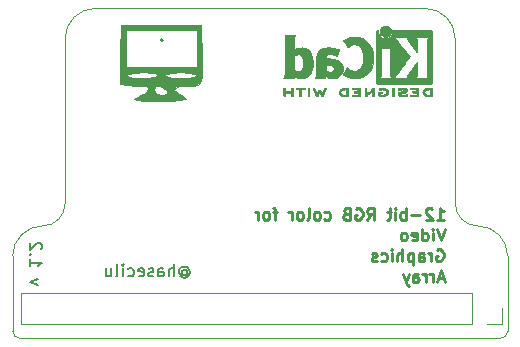
<source format=gbr>
G04 #@! TF.GenerationSoftware,KiCad,Pcbnew,5.1.7-a382d34a8~88~ubuntu20.04.1*
G04 #@! TF.CreationDate,2020-12-18T13:14:18-06:00*
G04 #@! TF.ProjectId,VGA,5647412e-6b69-4636-9164-5f7063625858,1.1*
G04 #@! TF.SameCoordinates,Original*
G04 #@! TF.FileFunction,Legend,Bot*
G04 #@! TF.FilePolarity,Positive*
%FSLAX46Y46*%
G04 Gerber Fmt 4.6, Leading zero omitted, Abs format (unit mm)*
G04 Created by KiCad (PCBNEW 5.1.7-a382d34a8~88~ubuntu20.04.1) date 2020-12-18 13:14:18*
%MOMM*%
%LPD*%
G01*
G04 APERTURE LIST*
%ADD10C,0.150000*%
G04 #@! TA.AperFunction,Profile*
%ADD11C,0.050000*%
G04 #@! TD*
%ADD12C,0.250000*%
%ADD13C,0.010000*%
%ADD14C,0.120000*%
G04 APERTURE END LIST*
D10*
X136739285Y-130079523D02*
X136072619Y-129841428D01*
X136739285Y-129603333D01*
X136072619Y-127936666D02*
X136072619Y-128508095D01*
X136072619Y-128222380D02*
X137072619Y-128222380D01*
X136929761Y-128317619D01*
X136834523Y-128412857D01*
X136786904Y-128508095D01*
X136167857Y-127508095D02*
X136120238Y-127460476D01*
X136072619Y-127508095D01*
X136120238Y-127555714D01*
X136167857Y-127508095D01*
X136072619Y-127508095D01*
X136977380Y-127079523D02*
X137025000Y-127031904D01*
X137072619Y-126936666D01*
X137072619Y-126698571D01*
X137025000Y-126603333D01*
X136977380Y-126555714D01*
X136882142Y-126508095D01*
X136786904Y-126508095D01*
X136644047Y-126555714D01*
X136072619Y-127127142D01*
X136072619Y-126508095D01*
D11*
X139065000Y-123190000D02*
G75*
G02*
X137160000Y-125095000I-1905000J0D01*
G01*
X134620000Y-127635000D02*
G75*
G02*
X137160000Y-125095000I2540000J0D01*
G01*
X173990000Y-125095000D02*
G75*
G02*
X172085000Y-123190000I0J1905000D01*
G01*
X134620000Y-133985000D02*
X134620000Y-127635000D01*
X173990000Y-125095000D02*
G75*
G02*
X176530000Y-127635000I0J-2540000D01*
G01*
X176530000Y-133985000D02*
X176530000Y-127635000D01*
D10*
X148954761Y-128881190D02*
X149002380Y-128833571D01*
X149097619Y-128785952D01*
X149192857Y-128785952D01*
X149288095Y-128833571D01*
X149335714Y-128881190D01*
X149383333Y-128976428D01*
X149383333Y-129071666D01*
X149335714Y-129166904D01*
X149288095Y-129214523D01*
X149192857Y-129262142D01*
X149097619Y-129262142D01*
X149002380Y-129214523D01*
X148954761Y-129166904D01*
X148954761Y-128785952D02*
X148954761Y-129166904D01*
X148907142Y-129214523D01*
X148859523Y-129214523D01*
X148764285Y-129166904D01*
X148716666Y-129071666D01*
X148716666Y-128833571D01*
X148811904Y-128690714D01*
X148954761Y-128595476D01*
X149145238Y-128547857D01*
X149335714Y-128595476D01*
X149478571Y-128690714D01*
X149573809Y-128833571D01*
X149621428Y-129024047D01*
X149573809Y-129214523D01*
X149478571Y-129357380D01*
X149335714Y-129452619D01*
X149145238Y-129500238D01*
X148954761Y-129452619D01*
X148811904Y-129357380D01*
X148288095Y-129357380D02*
X148288095Y-128357380D01*
X147859523Y-129357380D02*
X147859523Y-128833571D01*
X147907142Y-128738333D01*
X148002380Y-128690714D01*
X148145238Y-128690714D01*
X148240476Y-128738333D01*
X148288095Y-128785952D01*
X146954761Y-129357380D02*
X146954761Y-128833571D01*
X147002380Y-128738333D01*
X147097619Y-128690714D01*
X147288095Y-128690714D01*
X147383333Y-128738333D01*
X146954761Y-129309761D02*
X147050000Y-129357380D01*
X147288095Y-129357380D01*
X147383333Y-129309761D01*
X147430952Y-129214523D01*
X147430952Y-129119285D01*
X147383333Y-129024047D01*
X147288095Y-128976428D01*
X147050000Y-128976428D01*
X146954761Y-128928809D01*
X146526190Y-129309761D02*
X146430952Y-129357380D01*
X146240476Y-129357380D01*
X146145238Y-129309761D01*
X146097619Y-129214523D01*
X146097619Y-129166904D01*
X146145238Y-129071666D01*
X146240476Y-129024047D01*
X146383333Y-129024047D01*
X146478571Y-128976428D01*
X146526190Y-128881190D01*
X146526190Y-128833571D01*
X146478571Y-128738333D01*
X146383333Y-128690714D01*
X146240476Y-128690714D01*
X146145238Y-128738333D01*
X145288095Y-129309761D02*
X145383333Y-129357380D01*
X145573809Y-129357380D01*
X145669047Y-129309761D01*
X145716666Y-129214523D01*
X145716666Y-128833571D01*
X145669047Y-128738333D01*
X145573809Y-128690714D01*
X145383333Y-128690714D01*
X145288095Y-128738333D01*
X145240476Y-128833571D01*
X145240476Y-128928809D01*
X145716666Y-129024047D01*
X144383333Y-129309761D02*
X144478571Y-129357380D01*
X144669047Y-129357380D01*
X144764285Y-129309761D01*
X144811904Y-129262142D01*
X144859523Y-129166904D01*
X144859523Y-128881190D01*
X144811904Y-128785952D01*
X144764285Y-128738333D01*
X144669047Y-128690714D01*
X144478571Y-128690714D01*
X144383333Y-128738333D01*
X143954761Y-129357380D02*
X143954761Y-128690714D01*
X143954761Y-128357380D02*
X144002380Y-128405000D01*
X143954761Y-128452619D01*
X143907142Y-128405000D01*
X143954761Y-128357380D01*
X143954761Y-128452619D01*
X143335714Y-129357380D02*
X143430952Y-129309761D01*
X143478571Y-129214523D01*
X143478571Y-128357380D01*
X142526190Y-128690714D02*
X142526190Y-129357380D01*
X142954761Y-128690714D02*
X142954761Y-129214523D01*
X142907142Y-129309761D01*
X142811904Y-129357380D01*
X142669047Y-129357380D01*
X142573809Y-129309761D01*
X142526190Y-129262142D01*
D12*
X170525595Y-124573380D02*
X171097023Y-124573380D01*
X170811309Y-124573380D02*
X170811309Y-123573380D01*
X170906547Y-123716238D01*
X171001785Y-123811476D01*
X171097023Y-123859095D01*
X170144642Y-123668619D02*
X170097023Y-123621000D01*
X170001785Y-123573380D01*
X169763690Y-123573380D01*
X169668452Y-123621000D01*
X169620833Y-123668619D01*
X169573214Y-123763857D01*
X169573214Y-123859095D01*
X169620833Y-124001952D01*
X170192261Y-124573380D01*
X169573214Y-124573380D01*
X169144642Y-124192428D02*
X168382738Y-124192428D01*
X167906547Y-124573380D02*
X167906547Y-123573380D01*
X167906547Y-123954333D02*
X167811309Y-123906714D01*
X167620833Y-123906714D01*
X167525595Y-123954333D01*
X167477976Y-124001952D01*
X167430357Y-124097190D01*
X167430357Y-124382904D01*
X167477976Y-124478142D01*
X167525595Y-124525761D01*
X167620833Y-124573380D01*
X167811309Y-124573380D01*
X167906547Y-124525761D01*
X167001785Y-124573380D02*
X167001785Y-123906714D01*
X167001785Y-123573380D02*
X167049404Y-123621000D01*
X167001785Y-123668619D01*
X166954166Y-123621000D01*
X167001785Y-123573380D01*
X167001785Y-123668619D01*
X166668452Y-123906714D02*
X166287500Y-123906714D01*
X166525595Y-123573380D02*
X166525595Y-124430523D01*
X166477976Y-124525761D01*
X166382738Y-124573380D01*
X166287500Y-124573380D01*
X164620833Y-124573380D02*
X164954166Y-124097190D01*
X165192261Y-124573380D02*
X165192261Y-123573380D01*
X164811309Y-123573380D01*
X164716071Y-123621000D01*
X164668452Y-123668619D01*
X164620833Y-123763857D01*
X164620833Y-123906714D01*
X164668452Y-124001952D01*
X164716071Y-124049571D01*
X164811309Y-124097190D01*
X165192261Y-124097190D01*
X163668452Y-123621000D02*
X163763690Y-123573380D01*
X163906547Y-123573380D01*
X164049404Y-123621000D01*
X164144642Y-123716238D01*
X164192261Y-123811476D01*
X164239880Y-124001952D01*
X164239880Y-124144809D01*
X164192261Y-124335285D01*
X164144642Y-124430523D01*
X164049404Y-124525761D01*
X163906547Y-124573380D01*
X163811309Y-124573380D01*
X163668452Y-124525761D01*
X163620833Y-124478142D01*
X163620833Y-124144809D01*
X163811309Y-124144809D01*
X162858928Y-124049571D02*
X162716071Y-124097190D01*
X162668452Y-124144809D01*
X162620833Y-124240047D01*
X162620833Y-124382904D01*
X162668452Y-124478142D01*
X162716071Y-124525761D01*
X162811309Y-124573380D01*
X163192261Y-124573380D01*
X163192261Y-123573380D01*
X162858928Y-123573380D01*
X162763690Y-123621000D01*
X162716071Y-123668619D01*
X162668452Y-123763857D01*
X162668452Y-123859095D01*
X162716071Y-123954333D01*
X162763690Y-124001952D01*
X162858928Y-124049571D01*
X163192261Y-124049571D01*
X161001785Y-124525761D02*
X161097023Y-124573380D01*
X161287500Y-124573380D01*
X161382738Y-124525761D01*
X161430357Y-124478142D01*
X161477976Y-124382904D01*
X161477976Y-124097190D01*
X161430357Y-124001952D01*
X161382738Y-123954333D01*
X161287500Y-123906714D01*
X161097023Y-123906714D01*
X161001785Y-123954333D01*
X160430357Y-124573380D02*
X160525595Y-124525761D01*
X160573214Y-124478142D01*
X160620833Y-124382904D01*
X160620833Y-124097190D01*
X160573214Y-124001952D01*
X160525595Y-123954333D01*
X160430357Y-123906714D01*
X160287500Y-123906714D01*
X160192261Y-123954333D01*
X160144642Y-124001952D01*
X160097023Y-124097190D01*
X160097023Y-124382904D01*
X160144642Y-124478142D01*
X160192261Y-124525761D01*
X160287500Y-124573380D01*
X160430357Y-124573380D01*
X159525595Y-124573380D02*
X159620833Y-124525761D01*
X159668452Y-124430523D01*
X159668452Y-123573380D01*
X159001785Y-124573380D02*
X159097023Y-124525761D01*
X159144642Y-124478142D01*
X159192261Y-124382904D01*
X159192261Y-124097190D01*
X159144642Y-124001952D01*
X159097023Y-123954333D01*
X159001785Y-123906714D01*
X158858928Y-123906714D01*
X158763690Y-123954333D01*
X158716071Y-124001952D01*
X158668452Y-124097190D01*
X158668452Y-124382904D01*
X158716071Y-124478142D01*
X158763690Y-124525761D01*
X158858928Y-124573380D01*
X159001785Y-124573380D01*
X158239880Y-124573380D02*
X158239880Y-123906714D01*
X158239880Y-124097190D02*
X158192261Y-124001952D01*
X158144642Y-123954333D01*
X158049404Y-123906714D01*
X157954166Y-123906714D01*
X157001785Y-123906714D02*
X156620833Y-123906714D01*
X156858928Y-124573380D02*
X156858928Y-123716238D01*
X156811309Y-123621000D01*
X156716071Y-123573380D01*
X156620833Y-123573380D01*
X156144642Y-124573380D02*
X156239880Y-124525761D01*
X156287500Y-124478142D01*
X156335119Y-124382904D01*
X156335119Y-124097190D01*
X156287500Y-124001952D01*
X156239880Y-123954333D01*
X156144642Y-123906714D01*
X156001785Y-123906714D01*
X155906547Y-123954333D01*
X155858928Y-124001952D01*
X155811309Y-124097190D01*
X155811309Y-124382904D01*
X155858928Y-124478142D01*
X155906547Y-124525761D01*
X156001785Y-124573380D01*
X156144642Y-124573380D01*
X155382738Y-124573380D02*
X155382738Y-123906714D01*
X155382738Y-124097190D02*
X155335119Y-124001952D01*
X155287500Y-123954333D01*
X155192261Y-123906714D01*
X155097023Y-123906714D01*
X171192261Y-125323380D02*
X170858928Y-126323380D01*
X170525595Y-125323380D01*
X170192261Y-126323380D02*
X170192261Y-125656714D01*
X170192261Y-125323380D02*
X170239880Y-125371000D01*
X170192261Y-125418619D01*
X170144642Y-125371000D01*
X170192261Y-125323380D01*
X170192261Y-125418619D01*
X169287500Y-126323380D02*
X169287500Y-125323380D01*
X169287500Y-126275761D02*
X169382738Y-126323380D01*
X169573214Y-126323380D01*
X169668452Y-126275761D01*
X169716071Y-126228142D01*
X169763690Y-126132904D01*
X169763690Y-125847190D01*
X169716071Y-125751952D01*
X169668452Y-125704333D01*
X169573214Y-125656714D01*
X169382738Y-125656714D01*
X169287500Y-125704333D01*
X168430357Y-126275761D02*
X168525595Y-126323380D01*
X168716071Y-126323380D01*
X168811309Y-126275761D01*
X168858928Y-126180523D01*
X168858928Y-125799571D01*
X168811309Y-125704333D01*
X168716071Y-125656714D01*
X168525595Y-125656714D01*
X168430357Y-125704333D01*
X168382738Y-125799571D01*
X168382738Y-125894809D01*
X168858928Y-125990047D01*
X167811309Y-126323380D02*
X167906547Y-126275761D01*
X167954166Y-126228142D01*
X168001785Y-126132904D01*
X168001785Y-125847190D01*
X167954166Y-125751952D01*
X167906547Y-125704333D01*
X167811309Y-125656714D01*
X167668452Y-125656714D01*
X167573214Y-125704333D01*
X167525595Y-125751952D01*
X167477976Y-125847190D01*
X167477976Y-126132904D01*
X167525595Y-126228142D01*
X167573214Y-126275761D01*
X167668452Y-126323380D01*
X167811309Y-126323380D01*
X170525595Y-127121000D02*
X170620833Y-127073380D01*
X170763690Y-127073380D01*
X170906547Y-127121000D01*
X171001785Y-127216238D01*
X171049404Y-127311476D01*
X171097023Y-127501952D01*
X171097023Y-127644809D01*
X171049404Y-127835285D01*
X171001785Y-127930523D01*
X170906547Y-128025761D01*
X170763690Y-128073380D01*
X170668452Y-128073380D01*
X170525595Y-128025761D01*
X170477976Y-127978142D01*
X170477976Y-127644809D01*
X170668452Y-127644809D01*
X170049404Y-128073380D02*
X170049404Y-127406714D01*
X170049404Y-127597190D02*
X170001785Y-127501952D01*
X169954166Y-127454333D01*
X169858928Y-127406714D01*
X169763690Y-127406714D01*
X169001785Y-128073380D02*
X169001785Y-127549571D01*
X169049404Y-127454333D01*
X169144642Y-127406714D01*
X169335119Y-127406714D01*
X169430357Y-127454333D01*
X169001785Y-128025761D02*
X169097023Y-128073380D01*
X169335119Y-128073380D01*
X169430357Y-128025761D01*
X169477976Y-127930523D01*
X169477976Y-127835285D01*
X169430357Y-127740047D01*
X169335119Y-127692428D01*
X169097023Y-127692428D01*
X169001785Y-127644809D01*
X168525595Y-127406714D02*
X168525595Y-128406714D01*
X168525595Y-127454333D02*
X168430357Y-127406714D01*
X168239880Y-127406714D01*
X168144642Y-127454333D01*
X168097023Y-127501952D01*
X168049404Y-127597190D01*
X168049404Y-127882904D01*
X168097023Y-127978142D01*
X168144642Y-128025761D01*
X168239880Y-128073380D01*
X168430357Y-128073380D01*
X168525595Y-128025761D01*
X167620833Y-128073380D02*
X167620833Y-127073380D01*
X167192261Y-128073380D02*
X167192261Y-127549571D01*
X167239880Y-127454333D01*
X167335119Y-127406714D01*
X167477976Y-127406714D01*
X167573214Y-127454333D01*
X167620833Y-127501952D01*
X166716071Y-128073380D02*
X166716071Y-127406714D01*
X166716071Y-127073380D02*
X166763690Y-127121000D01*
X166716071Y-127168619D01*
X166668452Y-127121000D01*
X166716071Y-127073380D01*
X166716071Y-127168619D01*
X165811309Y-128025761D02*
X165906547Y-128073380D01*
X166097023Y-128073380D01*
X166192261Y-128025761D01*
X166239880Y-127978142D01*
X166287500Y-127882904D01*
X166287500Y-127597190D01*
X166239880Y-127501952D01*
X166192261Y-127454333D01*
X166097023Y-127406714D01*
X165906547Y-127406714D01*
X165811309Y-127454333D01*
X165430357Y-128025761D02*
X165335119Y-128073380D01*
X165144642Y-128073380D01*
X165049404Y-128025761D01*
X165001785Y-127930523D01*
X165001785Y-127882904D01*
X165049404Y-127787666D01*
X165144642Y-127740047D01*
X165287500Y-127740047D01*
X165382738Y-127692428D01*
X165430357Y-127597190D01*
X165430357Y-127549571D01*
X165382738Y-127454333D01*
X165287500Y-127406714D01*
X165144642Y-127406714D01*
X165049404Y-127454333D01*
X171097023Y-129537666D02*
X170620833Y-129537666D01*
X171192261Y-129823380D02*
X170858928Y-128823380D01*
X170525595Y-129823380D01*
X170192261Y-129823380D02*
X170192261Y-129156714D01*
X170192261Y-129347190D02*
X170144642Y-129251952D01*
X170097023Y-129204333D01*
X170001785Y-129156714D01*
X169906547Y-129156714D01*
X169573214Y-129823380D02*
X169573214Y-129156714D01*
X169573214Y-129347190D02*
X169525595Y-129251952D01*
X169477976Y-129204333D01*
X169382738Y-129156714D01*
X169287500Y-129156714D01*
X168525595Y-129823380D02*
X168525595Y-129299571D01*
X168573214Y-129204333D01*
X168668452Y-129156714D01*
X168858928Y-129156714D01*
X168954166Y-129204333D01*
X168525595Y-129775761D02*
X168620833Y-129823380D01*
X168858928Y-129823380D01*
X168954166Y-129775761D01*
X169001785Y-129680523D01*
X169001785Y-129585285D01*
X168954166Y-129490047D01*
X168858928Y-129442428D01*
X168620833Y-129442428D01*
X168525595Y-129394809D01*
X168144642Y-129156714D02*
X167906547Y-129823380D01*
X167668452Y-129156714D02*
X167906547Y-129823380D01*
X168001785Y-130061476D01*
X168049404Y-130109095D01*
X168144642Y-130156714D01*
D11*
X139065000Y-109220000D02*
G75*
G02*
X141605000Y-106680000I2540000J0D01*
G01*
X169545000Y-106680000D02*
G75*
G02*
X172085000Y-109220000I0J-2540000D01*
G01*
X176530000Y-133985000D02*
G75*
G02*
X175895000Y-134620000I-635000J0D01*
G01*
X135255000Y-134620000D02*
G75*
G02*
X134620000Y-133985000I0J635000D01*
G01*
X139065000Y-109220000D02*
X139065000Y-123190000D01*
X169545000Y-106680000D02*
X141605000Y-106680000D01*
X172085000Y-123190000D02*
X172085000Y-109220000D01*
X135255000Y-134620000D02*
X175895000Y-134620000D01*
D13*
G36*
X147078095Y-109310714D02*
G01*
X147199048Y-109431666D01*
X147320000Y-109310714D01*
X147199048Y-109189762D01*
X147078095Y-109310714D01*
G37*
X147078095Y-109310714D02*
X147199048Y-109431666D01*
X147320000Y-109310714D01*
X147199048Y-109189762D01*
X147078095Y-109310714D01*
G36*
X143743517Y-110574000D02*
G01*
X143674652Y-113046810D01*
X144292272Y-113201822D01*
X145022070Y-113279715D01*
X145510184Y-113242082D01*
X145983852Y-113265624D01*
X146111013Y-113498898D01*
X145892389Y-113814732D01*
X145505714Y-114027857D01*
X145059224Y-114239159D01*
X144900953Y-114384727D01*
X145124847Y-114440630D01*
X145724569Y-114483972D01*
X146592177Y-114508458D01*
X147078095Y-114511666D01*
X148036852Y-114492690D01*
X148780188Y-114441860D01*
X149200178Y-114368324D01*
X149255238Y-114327124D01*
X149062641Y-114094701D01*
X148738393Y-113903791D01*
X148640819Y-113836847D01*
X147731631Y-113836847D01*
X147440953Y-114010545D01*
X147219207Y-114027857D01*
X146733483Y-113920801D01*
X146594286Y-113551843D01*
X146675404Y-113220594D01*
X147006073Y-113230970D01*
X147126114Y-113272564D01*
X147622548Y-113557294D01*
X147731631Y-113836847D01*
X148640819Y-113836847D01*
X148311642Y-113611004D01*
X148333054Y-113378370D01*
X148767085Y-113255973D01*
X149198452Y-113255509D01*
X149851504Y-113267076D01*
X150284448Y-113154398D01*
X150538396Y-112839730D01*
X150637041Y-112334524D01*
X150222857Y-112334524D01*
X150004266Y-112467616D01*
X149440937Y-112555478D01*
X148906658Y-112576428D01*
X148149072Y-112535271D01*
X147605806Y-112429452D01*
X147440953Y-112334524D01*
X146957143Y-112334524D01*
X146650041Y-112469085D01*
X146020002Y-112556913D01*
X145491438Y-112576428D01*
X144767286Y-112536253D01*
X144289227Y-112432719D01*
X144175238Y-112334524D01*
X144395809Y-112205966D01*
X144973047Y-112118705D01*
X145640943Y-112092619D01*
X146474849Y-112128276D01*
X146913195Y-112229093D01*
X146957143Y-112334524D01*
X147440953Y-112334524D01*
X147569693Y-112193256D01*
X148129474Y-112110626D01*
X148757152Y-112092619D01*
X149536084Y-112129023D01*
X150064801Y-112224292D01*
X150222857Y-112334524D01*
X150637041Y-112334524D01*
X150654458Y-112245329D01*
X150673744Y-111293453D01*
X150655439Y-110500246D01*
X150596260Y-108464047D01*
X150222857Y-108464047D01*
X150222857Y-111608809D01*
X144175238Y-111608809D01*
X144175238Y-108464047D01*
X150222857Y-108464047D01*
X150596260Y-108464047D01*
X150585714Y-108101190D01*
X143812381Y-108101190D01*
X143743517Y-110574000D01*
G37*
X143743517Y-110574000D02*
X143674652Y-113046810D01*
X144292272Y-113201822D01*
X145022070Y-113279715D01*
X145510184Y-113242082D01*
X145983852Y-113265624D01*
X146111013Y-113498898D01*
X145892389Y-113814732D01*
X145505714Y-114027857D01*
X145059224Y-114239159D01*
X144900953Y-114384727D01*
X145124847Y-114440630D01*
X145724569Y-114483972D01*
X146592177Y-114508458D01*
X147078095Y-114511666D01*
X148036852Y-114492690D01*
X148780188Y-114441860D01*
X149200178Y-114368324D01*
X149255238Y-114327124D01*
X149062641Y-114094701D01*
X148738393Y-113903791D01*
X148640819Y-113836847D01*
X147731631Y-113836847D01*
X147440953Y-114010545D01*
X147219207Y-114027857D01*
X146733483Y-113920801D01*
X146594286Y-113551843D01*
X146675404Y-113220594D01*
X147006073Y-113230970D01*
X147126114Y-113272564D01*
X147622548Y-113557294D01*
X147731631Y-113836847D01*
X148640819Y-113836847D01*
X148311642Y-113611004D01*
X148333054Y-113378370D01*
X148767085Y-113255973D01*
X149198452Y-113255509D01*
X149851504Y-113267076D01*
X150284448Y-113154398D01*
X150538396Y-112839730D01*
X150637041Y-112334524D01*
X150222857Y-112334524D01*
X150004266Y-112467616D01*
X149440937Y-112555478D01*
X148906658Y-112576428D01*
X148149072Y-112535271D01*
X147605806Y-112429452D01*
X147440953Y-112334524D01*
X146957143Y-112334524D01*
X146650041Y-112469085D01*
X146020002Y-112556913D01*
X145491438Y-112576428D01*
X144767286Y-112536253D01*
X144289227Y-112432719D01*
X144175238Y-112334524D01*
X144395809Y-112205966D01*
X144973047Y-112118705D01*
X145640943Y-112092619D01*
X146474849Y-112128276D01*
X146913195Y-112229093D01*
X146957143Y-112334524D01*
X147440953Y-112334524D01*
X147569693Y-112193256D01*
X148129474Y-112110626D01*
X148757152Y-112092619D01*
X149536084Y-112129023D01*
X150064801Y-112224292D01*
X150222857Y-112334524D01*
X150637041Y-112334524D01*
X150654458Y-112245329D01*
X150673744Y-111293453D01*
X150655439Y-110500246D01*
X150596260Y-108464047D01*
X150222857Y-108464047D01*
X150222857Y-111608809D01*
X144175238Y-111608809D01*
X144175238Y-108464047D01*
X150222857Y-108464047D01*
X150596260Y-108464047D01*
X150585714Y-108101190D01*
X143812381Y-108101190D01*
X143743517Y-110574000D01*
G36*
X157601177Y-113399533D02*
G01*
X157569798Y-113421776D01*
X157542089Y-113449485D01*
X157542089Y-113758920D01*
X157542162Y-113850799D01*
X157542505Y-113922840D01*
X157543308Y-113977780D01*
X157544759Y-114018360D01*
X157547048Y-114047317D01*
X157550364Y-114067391D01*
X157554895Y-114081321D01*
X157560831Y-114091845D01*
X157565486Y-114098100D01*
X157596217Y-114122673D01*
X157631504Y-114125341D01*
X157663755Y-114110271D01*
X157674412Y-114101374D01*
X157681536Y-114089557D01*
X157685833Y-114070526D01*
X157688009Y-114039992D01*
X157688772Y-113993662D01*
X157688845Y-113957871D01*
X157688845Y-113823045D01*
X158185556Y-113823045D01*
X158185556Y-113945700D01*
X158186069Y-114001787D01*
X158188124Y-114040333D01*
X158192492Y-114066361D01*
X158199944Y-114084897D01*
X158208953Y-114098100D01*
X158239856Y-114122604D01*
X158274804Y-114125506D01*
X158308262Y-114108089D01*
X158317396Y-114098959D01*
X158323848Y-114086855D01*
X158328103Y-114068001D01*
X158330648Y-114038620D01*
X158331971Y-113994937D01*
X158332557Y-113933175D01*
X158332625Y-113919000D01*
X158333109Y-113802631D01*
X158333359Y-113706727D01*
X158333277Y-113629177D01*
X158332769Y-113567869D01*
X158331738Y-113520690D01*
X158330087Y-113485530D01*
X158327721Y-113460276D01*
X158324543Y-113442817D01*
X158320456Y-113431041D01*
X158315366Y-113422835D01*
X158309734Y-113416645D01*
X158277872Y-113396844D01*
X158244643Y-113399533D01*
X158213265Y-113421776D01*
X158200567Y-113436126D01*
X158192474Y-113451978D01*
X158187958Y-113474554D01*
X158185994Y-113509078D01*
X158185556Y-113560776D01*
X158185556Y-113676289D01*
X157688845Y-113676289D01*
X157688845Y-113557756D01*
X157688338Y-113503148D01*
X157686302Y-113466275D01*
X157681965Y-113442307D01*
X157674553Y-113426415D01*
X157666267Y-113416645D01*
X157634406Y-113396844D01*
X157601177Y-113399533D01*
G37*
X157601177Y-113399533D02*
X157569798Y-113421776D01*
X157542089Y-113449485D01*
X157542089Y-113758920D01*
X157542162Y-113850799D01*
X157542505Y-113922840D01*
X157543308Y-113977780D01*
X157544759Y-114018360D01*
X157547048Y-114047317D01*
X157550364Y-114067391D01*
X157554895Y-114081321D01*
X157560831Y-114091845D01*
X157565486Y-114098100D01*
X157596217Y-114122673D01*
X157631504Y-114125341D01*
X157663755Y-114110271D01*
X157674412Y-114101374D01*
X157681536Y-114089557D01*
X157685833Y-114070526D01*
X157688009Y-114039992D01*
X157688772Y-113993662D01*
X157688845Y-113957871D01*
X157688845Y-113823045D01*
X158185556Y-113823045D01*
X158185556Y-113945700D01*
X158186069Y-114001787D01*
X158188124Y-114040333D01*
X158192492Y-114066361D01*
X158199944Y-114084897D01*
X158208953Y-114098100D01*
X158239856Y-114122604D01*
X158274804Y-114125506D01*
X158308262Y-114108089D01*
X158317396Y-114098959D01*
X158323848Y-114086855D01*
X158328103Y-114068001D01*
X158330648Y-114038620D01*
X158331971Y-113994937D01*
X158332557Y-113933175D01*
X158332625Y-113919000D01*
X158333109Y-113802631D01*
X158333359Y-113706727D01*
X158333277Y-113629177D01*
X158332769Y-113567869D01*
X158331738Y-113520690D01*
X158330087Y-113485530D01*
X158327721Y-113460276D01*
X158324543Y-113442817D01*
X158320456Y-113431041D01*
X158315366Y-113422835D01*
X158309734Y-113416645D01*
X158277872Y-113396844D01*
X158244643Y-113399533D01*
X158213265Y-113421776D01*
X158200567Y-113436126D01*
X158192474Y-113451978D01*
X158187958Y-113474554D01*
X158185994Y-113509078D01*
X158185556Y-113560776D01*
X158185556Y-113676289D01*
X157688845Y-113676289D01*
X157688845Y-113557756D01*
X157688338Y-113503148D01*
X157686302Y-113466275D01*
X157681965Y-113442307D01*
X157674553Y-113426415D01*
X157666267Y-113416645D01*
X157634406Y-113396844D01*
X157601177Y-113399533D01*
G36*
X158866935Y-113394163D02*
G01*
X158788228Y-113394542D01*
X158727137Y-113395333D01*
X158681183Y-113396670D01*
X158647886Y-113398683D01*
X158624764Y-113401506D01*
X158609338Y-113405269D01*
X158599129Y-113410105D01*
X158594187Y-113413822D01*
X158568543Y-113446358D01*
X158565441Y-113480138D01*
X158581289Y-113510826D01*
X158591652Y-113523089D01*
X158602804Y-113531450D01*
X158618965Y-113536657D01*
X158644358Y-113539457D01*
X158683202Y-113540596D01*
X158739720Y-113540821D01*
X158750820Y-113540822D01*
X158896756Y-113540822D01*
X158896756Y-113811756D01*
X158896852Y-113897154D01*
X158897289Y-113962864D01*
X158898288Y-114011774D01*
X158900072Y-114046773D01*
X158902863Y-114070749D01*
X158906883Y-114086593D01*
X158912355Y-114097191D01*
X158919334Y-114105267D01*
X158952266Y-114125112D01*
X158986646Y-114123548D01*
X159017824Y-114100906D01*
X159020114Y-114098100D01*
X159027571Y-114087492D01*
X159033253Y-114075081D01*
X159037399Y-114057850D01*
X159040250Y-114032784D01*
X159042046Y-113996867D01*
X159043028Y-113947083D01*
X159043436Y-113880417D01*
X159043511Y-113804589D01*
X159043511Y-113540822D01*
X159182873Y-113540822D01*
X159242678Y-113540418D01*
X159284082Y-113538840D01*
X159311252Y-113535547D01*
X159328354Y-113529992D01*
X159339557Y-113521631D01*
X159340917Y-113520178D01*
X159357275Y-113486939D01*
X159355828Y-113449362D01*
X159337022Y-113416645D01*
X159329750Y-113410298D01*
X159320373Y-113405266D01*
X159306391Y-113401396D01*
X159285304Y-113398537D01*
X159254611Y-113396535D01*
X159211811Y-113395239D01*
X159154405Y-113394498D01*
X159079890Y-113394158D01*
X158985767Y-113394068D01*
X158965740Y-113394067D01*
X158866935Y-113394163D01*
G37*
X158866935Y-113394163D02*
X158788228Y-113394542D01*
X158727137Y-113395333D01*
X158681183Y-113396670D01*
X158647886Y-113398683D01*
X158624764Y-113401506D01*
X158609338Y-113405269D01*
X158599129Y-113410105D01*
X158594187Y-113413822D01*
X158568543Y-113446358D01*
X158565441Y-113480138D01*
X158581289Y-113510826D01*
X158591652Y-113523089D01*
X158602804Y-113531450D01*
X158618965Y-113536657D01*
X158644358Y-113539457D01*
X158683202Y-113540596D01*
X158739720Y-113540821D01*
X158750820Y-113540822D01*
X158896756Y-113540822D01*
X158896756Y-113811756D01*
X158896852Y-113897154D01*
X158897289Y-113962864D01*
X158898288Y-114011774D01*
X158900072Y-114046773D01*
X158902863Y-114070749D01*
X158906883Y-114086593D01*
X158912355Y-114097191D01*
X158919334Y-114105267D01*
X158952266Y-114125112D01*
X158986646Y-114123548D01*
X159017824Y-114100906D01*
X159020114Y-114098100D01*
X159027571Y-114087492D01*
X159033253Y-114075081D01*
X159037399Y-114057850D01*
X159040250Y-114032784D01*
X159042046Y-113996867D01*
X159043028Y-113947083D01*
X159043436Y-113880417D01*
X159043511Y-113804589D01*
X159043511Y-113540822D01*
X159182873Y-113540822D01*
X159242678Y-113540418D01*
X159284082Y-113538840D01*
X159311252Y-113535547D01*
X159328354Y-113529992D01*
X159339557Y-113521631D01*
X159340917Y-113520178D01*
X159357275Y-113486939D01*
X159355828Y-113449362D01*
X159337022Y-113416645D01*
X159329750Y-113410298D01*
X159320373Y-113405266D01*
X159306391Y-113401396D01*
X159285304Y-113398537D01*
X159254611Y-113396535D01*
X159211811Y-113395239D01*
X159154405Y-113394498D01*
X159079890Y-113394158D01*
X158985767Y-113394068D01*
X158965740Y-113394067D01*
X158866935Y-113394163D01*
G36*
X159641386Y-113400877D02*
G01*
X159617673Y-113415647D01*
X159591022Y-113437227D01*
X159591022Y-113758773D01*
X159591107Y-113852830D01*
X159591471Y-113926932D01*
X159592276Y-113983704D01*
X159593687Y-114025768D01*
X159595867Y-114055748D01*
X159598979Y-114076267D01*
X159603186Y-114089949D01*
X159608652Y-114099416D01*
X159612528Y-114104082D01*
X159643966Y-114124575D01*
X159679767Y-114123739D01*
X159711127Y-114106264D01*
X159737778Y-114084684D01*
X159737778Y-113437227D01*
X159711127Y-113415647D01*
X159685406Y-113399949D01*
X159664400Y-113394067D01*
X159641386Y-113400877D01*
G37*
X159641386Y-113400877D02*
X159617673Y-113415647D01*
X159591022Y-113437227D01*
X159591022Y-113758773D01*
X159591107Y-113852830D01*
X159591471Y-113926932D01*
X159592276Y-113983704D01*
X159593687Y-114025768D01*
X159595867Y-114055748D01*
X159598979Y-114076267D01*
X159603186Y-114089949D01*
X159608652Y-114099416D01*
X159612528Y-114104082D01*
X159643966Y-114124575D01*
X159679767Y-114123739D01*
X159711127Y-114106264D01*
X159737778Y-114084684D01*
X159737778Y-113437227D01*
X159711127Y-113415647D01*
X159685406Y-113399949D01*
X159664400Y-113394067D01*
X159641386Y-113400877D01*
G36*
X160085335Y-113396034D02*
G01*
X160065745Y-113403035D01*
X160064990Y-113403377D01*
X160038387Y-113423678D01*
X160023730Y-113444561D01*
X160020862Y-113454352D01*
X160021004Y-113467361D01*
X160025039Y-113485895D01*
X160033854Y-113512257D01*
X160048331Y-113548752D01*
X160069355Y-113597687D01*
X160097812Y-113661365D01*
X160134585Y-113742093D01*
X160154825Y-113786216D01*
X160191375Y-113864985D01*
X160225685Y-113937423D01*
X160256448Y-114000880D01*
X160282352Y-114052708D01*
X160302090Y-114090259D01*
X160314350Y-114110884D01*
X160316776Y-114113733D01*
X160347817Y-114126302D01*
X160382879Y-114124619D01*
X160411000Y-114109332D01*
X160412146Y-114108089D01*
X160423332Y-114091154D01*
X160442096Y-114058170D01*
X160466125Y-114013380D01*
X160493103Y-113961032D01*
X160502799Y-113941742D01*
X160575986Y-113795150D01*
X160655760Y-113954393D01*
X160684233Y-114009415D01*
X160710650Y-114057132D01*
X160732852Y-114093893D01*
X160748681Y-114116044D01*
X160754046Y-114120741D01*
X160795743Y-114127102D01*
X160830151Y-114113733D01*
X160840272Y-114099446D01*
X160857786Y-114067692D01*
X160881265Y-114021597D01*
X160909280Y-113964285D01*
X160940401Y-113898880D01*
X160973201Y-113828507D01*
X161006250Y-113756291D01*
X161038119Y-113685355D01*
X161067381Y-113618825D01*
X161092605Y-113559826D01*
X161112364Y-113511481D01*
X161125228Y-113476915D01*
X161129769Y-113459253D01*
X161129723Y-113458613D01*
X161118674Y-113436388D01*
X161096590Y-113413753D01*
X161095290Y-113412768D01*
X161068147Y-113397425D01*
X161043042Y-113397574D01*
X161033632Y-113400466D01*
X161022166Y-113406718D01*
X161009990Y-113419014D01*
X160995643Y-113439908D01*
X160977664Y-113471949D01*
X160954593Y-113517688D01*
X160924970Y-113579677D01*
X160898255Y-113636898D01*
X160867520Y-113703226D01*
X160839979Y-113762874D01*
X160817062Y-113812725D01*
X160800202Y-113849664D01*
X160790827Y-113870573D01*
X160789460Y-113873845D01*
X160783311Y-113868497D01*
X160769178Y-113846109D01*
X160748943Y-113809946D01*
X160724485Y-113763277D01*
X160714752Y-113744022D01*
X160681783Y-113679004D01*
X160656357Y-113631654D01*
X160636388Y-113599219D01*
X160619790Y-113578946D01*
X160604476Y-113568082D01*
X160588360Y-113563875D01*
X160577857Y-113563400D01*
X160559330Y-113565042D01*
X160543096Y-113571831D01*
X160526965Y-113586566D01*
X160508749Y-113612044D01*
X160486261Y-113651061D01*
X160457311Y-113706414D01*
X160441338Y-113737903D01*
X160415430Y-113788087D01*
X160392833Y-113829704D01*
X160375542Y-113859242D01*
X160365550Y-113873189D01*
X160364191Y-113873770D01*
X160357739Y-113862793D01*
X160343292Y-113834290D01*
X160322297Y-113791244D01*
X160296203Y-113736638D01*
X160266454Y-113673454D01*
X160251820Y-113642071D01*
X160213750Y-113561078D01*
X160183095Y-113498756D01*
X160158263Y-113453071D01*
X160137663Y-113421989D01*
X160119702Y-113403478D01*
X160102790Y-113395504D01*
X160085335Y-113396034D01*
G37*
X160085335Y-113396034D02*
X160065745Y-113403035D01*
X160064990Y-113403377D01*
X160038387Y-113423678D01*
X160023730Y-113444561D01*
X160020862Y-113454352D01*
X160021004Y-113467361D01*
X160025039Y-113485895D01*
X160033854Y-113512257D01*
X160048331Y-113548752D01*
X160069355Y-113597687D01*
X160097812Y-113661365D01*
X160134585Y-113742093D01*
X160154825Y-113786216D01*
X160191375Y-113864985D01*
X160225685Y-113937423D01*
X160256448Y-114000880D01*
X160282352Y-114052708D01*
X160302090Y-114090259D01*
X160314350Y-114110884D01*
X160316776Y-114113733D01*
X160347817Y-114126302D01*
X160382879Y-114124619D01*
X160411000Y-114109332D01*
X160412146Y-114108089D01*
X160423332Y-114091154D01*
X160442096Y-114058170D01*
X160466125Y-114013380D01*
X160493103Y-113961032D01*
X160502799Y-113941742D01*
X160575986Y-113795150D01*
X160655760Y-113954393D01*
X160684233Y-114009415D01*
X160710650Y-114057132D01*
X160732852Y-114093893D01*
X160748681Y-114116044D01*
X160754046Y-114120741D01*
X160795743Y-114127102D01*
X160830151Y-114113733D01*
X160840272Y-114099446D01*
X160857786Y-114067692D01*
X160881265Y-114021597D01*
X160909280Y-113964285D01*
X160940401Y-113898880D01*
X160973201Y-113828507D01*
X161006250Y-113756291D01*
X161038119Y-113685355D01*
X161067381Y-113618825D01*
X161092605Y-113559826D01*
X161112364Y-113511481D01*
X161125228Y-113476915D01*
X161129769Y-113459253D01*
X161129723Y-113458613D01*
X161118674Y-113436388D01*
X161096590Y-113413753D01*
X161095290Y-113412768D01*
X161068147Y-113397425D01*
X161043042Y-113397574D01*
X161033632Y-113400466D01*
X161022166Y-113406718D01*
X161009990Y-113419014D01*
X160995643Y-113439908D01*
X160977664Y-113471949D01*
X160954593Y-113517688D01*
X160924970Y-113579677D01*
X160898255Y-113636898D01*
X160867520Y-113703226D01*
X160839979Y-113762874D01*
X160817062Y-113812725D01*
X160800202Y-113849664D01*
X160790827Y-113870573D01*
X160789460Y-113873845D01*
X160783311Y-113868497D01*
X160769178Y-113846109D01*
X160748943Y-113809946D01*
X160724485Y-113763277D01*
X160714752Y-113744022D01*
X160681783Y-113679004D01*
X160656357Y-113631654D01*
X160636388Y-113599219D01*
X160619790Y-113578946D01*
X160604476Y-113568082D01*
X160588360Y-113563875D01*
X160577857Y-113563400D01*
X160559330Y-113565042D01*
X160543096Y-113571831D01*
X160526965Y-113586566D01*
X160508749Y-113612044D01*
X160486261Y-113651061D01*
X160457311Y-113706414D01*
X160441338Y-113737903D01*
X160415430Y-113788087D01*
X160392833Y-113829704D01*
X160375542Y-113859242D01*
X160365550Y-113873189D01*
X160364191Y-113873770D01*
X160357739Y-113862793D01*
X160343292Y-113834290D01*
X160322297Y-113791244D01*
X160296203Y-113736638D01*
X160266454Y-113673454D01*
X160251820Y-113642071D01*
X160213750Y-113561078D01*
X160183095Y-113498756D01*
X160158263Y-113453071D01*
X160137663Y-113421989D01*
X160119702Y-113403478D01*
X160102790Y-113395504D01*
X160085335Y-113396034D01*
G36*
X162811691Y-113394275D02*
G01*
X162682712Y-113398636D01*
X162573009Y-113411861D01*
X162480774Y-113434741D01*
X162404198Y-113468070D01*
X162341473Y-113512638D01*
X162290788Y-113569236D01*
X162250337Y-113638658D01*
X162249541Y-113640351D01*
X162225399Y-113702483D01*
X162216797Y-113757509D01*
X162223769Y-113812887D01*
X162246346Y-113876073D01*
X162250628Y-113885689D01*
X162279828Y-113941966D01*
X162312644Y-113985451D01*
X162354998Y-114022417D01*
X162412810Y-114059135D01*
X162416169Y-114061052D01*
X162466496Y-114085227D01*
X162523379Y-114103282D01*
X162590473Y-114115839D01*
X162671435Y-114123522D01*
X162769918Y-114126953D01*
X162804714Y-114127251D01*
X162970406Y-114127845D01*
X162993803Y-114098100D01*
X163000743Y-114088319D01*
X163006158Y-114076897D01*
X163010235Y-114061095D01*
X163013163Y-114038175D01*
X163015133Y-114005396D01*
X163015775Y-113981089D01*
X162859156Y-113981089D01*
X162765274Y-113981089D01*
X162710336Y-113979483D01*
X162653940Y-113975255D01*
X162607655Y-113969292D01*
X162604861Y-113968790D01*
X162522652Y-113946736D01*
X162458886Y-113913600D01*
X162411548Y-113867847D01*
X162378618Y-113807939D01*
X162372892Y-113792061D01*
X162367279Y-113767333D01*
X162369709Y-113742902D01*
X162381533Y-113710400D01*
X162388660Y-113694434D01*
X162412000Y-113652006D01*
X162440120Y-113622240D01*
X162471060Y-113601511D01*
X162533034Y-113574537D01*
X162612349Y-113554998D01*
X162704747Y-113543746D01*
X162771667Y-113541270D01*
X162859156Y-113540822D01*
X162859156Y-113981089D01*
X163015775Y-113981089D01*
X163016332Y-113960021D01*
X163016950Y-113899311D01*
X163017175Y-113820526D01*
X163017200Y-113758920D01*
X163017200Y-113449485D01*
X162989491Y-113421776D01*
X162977194Y-113410544D01*
X162963897Y-113402853D01*
X162945328Y-113398040D01*
X162917214Y-113395446D01*
X162875283Y-113394410D01*
X162815263Y-113394270D01*
X162811691Y-113394275D01*
G37*
X162811691Y-113394275D02*
X162682712Y-113398636D01*
X162573009Y-113411861D01*
X162480774Y-113434741D01*
X162404198Y-113468070D01*
X162341473Y-113512638D01*
X162290788Y-113569236D01*
X162250337Y-113638658D01*
X162249541Y-113640351D01*
X162225399Y-113702483D01*
X162216797Y-113757509D01*
X162223769Y-113812887D01*
X162246346Y-113876073D01*
X162250628Y-113885689D01*
X162279828Y-113941966D01*
X162312644Y-113985451D01*
X162354998Y-114022417D01*
X162412810Y-114059135D01*
X162416169Y-114061052D01*
X162466496Y-114085227D01*
X162523379Y-114103282D01*
X162590473Y-114115839D01*
X162671435Y-114123522D01*
X162769918Y-114126953D01*
X162804714Y-114127251D01*
X162970406Y-114127845D01*
X162993803Y-114098100D01*
X163000743Y-114088319D01*
X163006158Y-114076897D01*
X163010235Y-114061095D01*
X163013163Y-114038175D01*
X163015133Y-114005396D01*
X163015775Y-113981089D01*
X162859156Y-113981089D01*
X162765274Y-113981089D01*
X162710336Y-113979483D01*
X162653940Y-113975255D01*
X162607655Y-113969292D01*
X162604861Y-113968790D01*
X162522652Y-113946736D01*
X162458886Y-113913600D01*
X162411548Y-113867847D01*
X162378618Y-113807939D01*
X162372892Y-113792061D01*
X162367279Y-113767333D01*
X162369709Y-113742902D01*
X162381533Y-113710400D01*
X162388660Y-113694434D01*
X162412000Y-113652006D01*
X162440120Y-113622240D01*
X162471060Y-113601511D01*
X162533034Y-113574537D01*
X162612349Y-113554998D01*
X162704747Y-113543746D01*
X162771667Y-113541270D01*
X162859156Y-113540822D01*
X162859156Y-113981089D01*
X163015775Y-113981089D01*
X163016332Y-113960021D01*
X163016950Y-113899311D01*
X163017175Y-113820526D01*
X163017200Y-113758920D01*
X163017200Y-113449485D01*
X162989491Y-113421776D01*
X162977194Y-113410544D01*
X162963897Y-113402853D01*
X162945328Y-113398040D01*
X162917214Y-113395446D01*
X162875283Y-113394410D01*
X162815263Y-113394270D01*
X162811691Y-113394275D01*
G36*
X163599657Y-113394260D02*
G01*
X163523299Y-113395174D01*
X163464783Y-113397311D01*
X163421745Y-113401175D01*
X163391817Y-113407267D01*
X163372632Y-113416090D01*
X163361824Y-113428146D01*
X163357027Y-113443939D01*
X163355873Y-113463970D01*
X163355867Y-113466335D01*
X163356869Y-113488992D01*
X163361604Y-113506503D01*
X163372667Y-113519574D01*
X163392652Y-113528913D01*
X163424154Y-113535227D01*
X163469768Y-113539222D01*
X163532087Y-113541606D01*
X163613707Y-113543086D01*
X163638723Y-113543414D01*
X163880800Y-113546467D01*
X163884186Y-113611378D01*
X163887571Y-113676289D01*
X163719424Y-113676289D01*
X163653734Y-113676531D01*
X163606828Y-113677556D01*
X163574917Y-113679811D01*
X163554209Y-113683742D01*
X163540916Y-113689798D01*
X163531245Y-113698424D01*
X163531183Y-113698493D01*
X163513644Y-113732112D01*
X163514278Y-113768448D01*
X163532686Y-113799423D01*
X163536329Y-113802607D01*
X163549259Y-113810812D01*
X163566976Y-113816521D01*
X163593430Y-113820162D01*
X163632568Y-113822167D01*
X163688338Y-113822964D01*
X163724006Y-113823045D01*
X163886445Y-113823045D01*
X163886445Y-113981089D01*
X163639839Y-113981089D01*
X163558420Y-113981231D01*
X163496590Y-113981814D01*
X163451363Y-113983068D01*
X163419752Y-113985227D01*
X163398769Y-113988523D01*
X163385427Y-113993189D01*
X163376739Y-113999457D01*
X163374550Y-114001733D01*
X163358386Y-114033280D01*
X163357203Y-114069168D01*
X163370464Y-114100285D01*
X163380957Y-114110271D01*
X163391871Y-114115769D01*
X163408783Y-114120022D01*
X163434367Y-114123180D01*
X163471299Y-114125392D01*
X163522254Y-114126806D01*
X163589906Y-114127572D01*
X163676931Y-114127838D01*
X163696606Y-114127845D01*
X163785089Y-114127787D01*
X163853773Y-114127467D01*
X163905436Y-114126667D01*
X163942855Y-114125167D01*
X163968810Y-114122749D01*
X163986078Y-114119194D01*
X163997438Y-114114282D01*
X164005668Y-114107795D01*
X164010183Y-114103138D01*
X164016979Y-114094889D01*
X164022288Y-114084669D01*
X164026294Y-114069800D01*
X164029179Y-114047602D01*
X164031126Y-114015393D01*
X164032319Y-113970496D01*
X164032939Y-113910228D01*
X164033171Y-113831911D01*
X164033200Y-113765994D01*
X164033129Y-113673628D01*
X164032792Y-113601117D01*
X164032002Y-113545737D01*
X164030574Y-113504765D01*
X164028321Y-113475478D01*
X164025057Y-113455153D01*
X164020596Y-113441066D01*
X164014752Y-113430495D01*
X164009803Y-113423811D01*
X163986406Y-113394067D01*
X163696226Y-113394067D01*
X163599657Y-113394260D01*
G37*
X163599657Y-113394260D02*
X163523299Y-113395174D01*
X163464783Y-113397311D01*
X163421745Y-113401175D01*
X163391817Y-113407267D01*
X163372632Y-113416090D01*
X163361824Y-113428146D01*
X163357027Y-113443939D01*
X163355873Y-113463970D01*
X163355867Y-113466335D01*
X163356869Y-113488992D01*
X163361604Y-113506503D01*
X163372667Y-113519574D01*
X163392652Y-113528913D01*
X163424154Y-113535227D01*
X163469768Y-113539222D01*
X163532087Y-113541606D01*
X163613707Y-113543086D01*
X163638723Y-113543414D01*
X163880800Y-113546467D01*
X163884186Y-113611378D01*
X163887571Y-113676289D01*
X163719424Y-113676289D01*
X163653734Y-113676531D01*
X163606828Y-113677556D01*
X163574917Y-113679811D01*
X163554209Y-113683742D01*
X163540916Y-113689798D01*
X163531245Y-113698424D01*
X163531183Y-113698493D01*
X163513644Y-113732112D01*
X163514278Y-113768448D01*
X163532686Y-113799423D01*
X163536329Y-113802607D01*
X163549259Y-113810812D01*
X163566976Y-113816521D01*
X163593430Y-113820162D01*
X163632568Y-113822167D01*
X163688338Y-113822964D01*
X163724006Y-113823045D01*
X163886445Y-113823045D01*
X163886445Y-113981089D01*
X163639839Y-113981089D01*
X163558420Y-113981231D01*
X163496590Y-113981814D01*
X163451363Y-113983068D01*
X163419752Y-113985227D01*
X163398769Y-113988523D01*
X163385427Y-113993189D01*
X163376739Y-113999457D01*
X163374550Y-114001733D01*
X163358386Y-114033280D01*
X163357203Y-114069168D01*
X163370464Y-114100285D01*
X163380957Y-114110271D01*
X163391871Y-114115769D01*
X163408783Y-114120022D01*
X163434367Y-114123180D01*
X163471299Y-114125392D01*
X163522254Y-114126806D01*
X163589906Y-114127572D01*
X163676931Y-114127838D01*
X163696606Y-114127845D01*
X163785089Y-114127787D01*
X163853773Y-114127467D01*
X163905436Y-114126667D01*
X163942855Y-114125167D01*
X163968810Y-114122749D01*
X163986078Y-114119194D01*
X163997438Y-114114282D01*
X164005668Y-114107795D01*
X164010183Y-114103138D01*
X164016979Y-114094889D01*
X164022288Y-114084669D01*
X164026294Y-114069800D01*
X164029179Y-114047602D01*
X164031126Y-114015393D01*
X164032319Y-113970496D01*
X164032939Y-113910228D01*
X164033171Y-113831911D01*
X164033200Y-113765994D01*
X164033129Y-113673628D01*
X164032792Y-113601117D01*
X164032002Y-113545737D01*
X164030574Y-113504765D01*
X164028321Y-113475478D01*
X164025057Y-113455153D01*
X164020596Y-113441066D01*
X164014752Y-113430495D01*
X164009803Y-113423811D01*
X163986406Y-113394067D01*
X163696226Y-113394067D01*
X163599657Y-113394260D01*
G36*
X165130114Y-113398448D02*
G01*
X165106548Y-113412273D01*
X165075735Y-113434881D01*
X165036078Y-113467338D01*
X164985980Y-113510708D01*
X164923843Y-113566058D01*
X164848072Y-113634451D01*
X164761334Y-113713084D01*
X164580711Y-113876878D01*
X164575067Y-113657029D01*
X164573029Y-113581351D01*
X164571063Y-113524994D01*
X164568734Y-113484706D01*
X164565606Y-113457235D01*
X164561245Y-113439329D01*
X164555216Y-113427737D01*
X164547084Y-113419208D01*
X164542772Y-113415623D01*
X164508241Y-113396670D01*
X164475383Y-113399441D01*
X164449318Y-113415633D01*
X164422667Y-113437199D01*
X164419352Y-113752151D01*
X164418435Y-113844779D01*
X164417968Y-113917544D01*
X164418113Y-113973161D01*
X164419032Y-114014342D01*
X164420887Y-114043803D01*
X164423839Y-114064255D01*
X164428050Y-114078413D01*
X164433682Y-114088991D01*
X164439927Y-114097474D01*
X164453439Y-114113207D01*
X164466883Y-114123636D01*
X164482124Y-114127639D01*
X164501026Y-114124094D01*
X164525455Y-114111879D01*
X164557273Y-114089871D01*
X164598348Y-114056949D01*
X164650542Y-114011991D01*
X164715722Y-113953875D01*
X164789556Y-113887099D01*
X165054845Y-113646458D01*
X165060489Y-113865589D01*
X165062531Y-113941128D01*
X165064502Y-113997354D01*
X165066839Y-114037524D01*
X165069981Y-114064896D01*
X165074364Y-114082728D01*
X165080424Y-114094279D01*
X165088600Y-114102807D01*
X165092784Y-114106282D01*
X165129765Y-114125372D01*
X165164708Y-114122493D01*
X165195136Y-114098100D01*
X165202097Y-114088286D01*
X165207523Y-114076826D01*
X165211603Y-114060968D01*
X165214529Y-114037963D01*
X165216492Y-114005062D01*
X165217683Y-113959516D01*
X165218292Y-113898573D01*
X165218511Y-113819486D01*
X165218534Y-113760956D01*
X165218460Y-113669407D01*
X165218113Y-113597687D01*
X165217301Y-113543045D01*
X165215833Y-113502732D01*
X165213519Y-113473998D01*
X165210167Y-113454093D01*
X165205588Y-113440268D01*
X165199589Y-113429772D01*
X165195136Y-113423811D01*
X165183850Y-113409691D01*
X165173301Y-113399029D01*
X165161893Y-113392892D01*
X165148030Y-113392343D01*
X165130114Y-113398448D01*
G37*
X165130114Y-113398448D02*
X165106548Y-113412273D01*
X165075735Y-113434881D01*
X165036078Y-113467338D01*
X164985980Y-113510708D01*
X164923843Y-113566058D01*
X164848072Y-113634451D01*
X164761334Y-113713084D01*
X164580711Y-113876878D01*
X164575067Y-113657029D01*
X164573029Y-113581351D01*
X164571063Y-113524994D01*
X164568734Y-113484706D01*
X164565606Y-113457235D01*
X164561245Y-113439329D01*
X164555216Y-113427737D01*
X164547084Y-113419208D01*
X164542772Y-113415623D01*
X164508241Y-113396670D01*
X164475383Y-113399441D01*
X164449318Y-113415633D01*
X164422667Y-113437199D01*
X164419352Y-113752151D01*
X164418435Y-113844779D01*
X164417968Y-113917544D01*
X164418113Y-113973161D01*
X164419032Y-114014342D01*
X164420887Y-114043803D01*
X164423839Y-114064255D01*
X164428050Y-114078413D01*
X164433682Y-114088991D01*
X164439927Y-114097474D01*
X164453439Y-114113207D01*
X164466883Y-114123636D01*
X164482124Y-114127639D01*
X164501026Y-114124094D01*
X164525455Y-114111879D01*
X164557273Y-114089871D01*
X164598348Y-114056949D01*
X164650542Y-114011991D01*
X164715722Y-113953875D01*
X164789556Y-113887099D01*
X165054845Y-113646458D01*
X165060489Y-113865589D01*
X165062531Y-113941128D01*
X165064502Y-113997354D01*
X165066839Y-114037524D01*
X165069981Y-114064896D01*
X165074364Y-114082728D01*
X165080424Y-114094279D01*
X165088600Y-114102807D01*
X165092784Y-114106282D01*
X165129765Y-114125372D01*
X165164708Y-114122493D01*
X165195136Y-114098100D01*
X165202097Y-114088286D01*
X165207523Y-114076826D01*
X165211603Y-114060968D01*
X165214529Y-114037963D01*
X165216492Y-114005062D01*
X165217683Y-113959516D01*
X165218292Y-113898573D01*
X165218511Y-113819486D01*
X165218534Y-113760956D01*
X165218460Y-113669407D01*
X165218113Y-113597687D01*
X165217301Y-113543045D01*
X165215833Y-113502732D01*
X165213519Y-113473998D01*
X165210167Y-113454093D01*
X165205588Y-113440268D01*
X165199589Y-113429772D01*
X165195136Y-113423811D01*
X165183850Y-113409691D01*
X165173301Y-113399029D01*
X165161893Y-113392892D01*
X165148030Y-113392343D01*
X165130114Y-113398448D01*
G36*
X165780081Y-113399599D02*
G01*
X165711565Y-113411095D01*
X165658943Y-113428967D01*
X165624708Y-113452499D01*
X165615379Y-113465924D01*
X165605893Y-113497148D01*
X165612277Y-113525395D01*
X165632430Y-113552182D01*
X165663745Y-113564713D01*
X165709183Y-113563696D01*
X165744326Y-113556906D01*
X165822419Y-113543971D01*
X165902226Y-113542742D01*
X165991555Y-113553241D01*
X166016229Y-113557690D01*
X166099291Y-113581108D01*
X166164273Y-113615945D01*
X166210461Y-113661604D01*
X166237145Y-113717494D01*
X166242663Y-113746388D01*
X166239051Y-113805012D01*
X166215729Y-113856879D01*
X166174824Y-113900978D01*
X166118459Y-113936299D01*
X166048760Y-113961829D01*
X165967852Y-113976559D01*
X165877860Y-113979478D01*
X165780910Y-113969575D01*
X165775436Y-113968641D01*
X165736875Y-113961459D01*
X165715494Y-113954521D01*
X165706227Y-113944227D01*
X165704006Y-113926976D01*
X165703956Y-113917841D01*
X165703956Y-113879489D01*
X165772431Y-113879489D01*
X165832900Y-113875347D01*
X165874165Y-113862147D01*
X165898175Y-113838730D01*
X165906877Y-113803936D01*
X165906983Y-113799394D01*
X165901892Y-113769654D01*
X165884433Y-113748419D01*
X165851939Y-113734366D01*
X165801743Y-113726173D01*
X165753123Y-113723161D01*
X165682456Y-113721433D01*
X165631198Y-113724070D01*
X165596239Y-113733800D01*
X165574470Y-113753353D01*
X165562780Y-113785456D01*
X165558060Y-113832838D01*
X165557200Y-113895071D01*
X165558609Y-113964535D01*
X165562848Y-114011786D01*
X165569936Y-114037012D01*
X165571311Y-114038988D01*
X165610228Y-114070508D01*
X165667286Y-114095470D01*
X165738869Y-114113340D01*
X165821358Y-114123586D01*
X165911139Y-114125673D01*
X166004592Y-114119068D01*
X166059556Y-114110956D01*
X166145766Y-114086554D01*
X166225892Y-114046662D01*
X166292977Y-113994887D01*
X166303173Y-113984539D01*
X166336302Y-113941035D01*
X166366194Y-113887118D01*
X166389357Y-113830592D01*
X166402298Y-113779259D01*
X166403858Y-113759544D01*
X166397218Y-113718419D01*
X166379568Y-113667252D01*
X166354297Y-113613394D01*
X166324789Y-113564195D01*
X166298719Y-113531334D01*
X166237765Y-113482452D01*
X166158969Y-113443545D01*
X166065157Y-113415494D01*
X165959150Y-113399179D01*
X165862000Y-113395192D01*
X165780081Y-113399599D01*
G37*
X165780081Y-113399599D02*
X165711565Y-113411095D01*
X165658943Y-113428967D01*
X165624708Y-113452499D01*
X165615379Y-113465924D01*
X165605893Y-113497148D01*
X165612277Y-113525395D01*
X165632430Y-113552182D01*
X165663745Y-113564713D01*
X165709183Y-113563696D01*
X165744326Y-113556906D01*
X165822419Y-113543971D01*
X165902226Y-113542742D01*
X165991555Y-113553241D01*
X166016229Y-113557690D01*
X166099291Y-113581108D01*
X166164273Y-113615945D01*
X166210461Y-113661604D01*
X166237145Y-113717494D01*
X166242663Y-113746388D01*
X166239051Y-113805012D01*
X166215729Y-113856879D01*
X166174824Y-113900978D01*
X166118459Y-113936299D01*
X166048760Y-113961829D01*
X165967852Y-113976559D01*
X165877860Y-113979478D01*
X165780910Y-113969575D01*
X165775436Y-113968641D01*
X165736875Y-113961459D01*
X165715494Y-113954521D01*
X165706227Y-113944227D01*
X165704006Y-113926976D01*
X165703956Y-113917841D01*
X165703956Y-113879489D01*
X165772431Y-113879489D01*
X165832900Y-113875347D01*
X165874165Y-113862147D01*
X165898175Y-113838730D01*
X165906877Y-113803936D01*
X165906983Y-113799394D01*
X165901892Y-113769654D01*
X165884433Y-113748419D01*
X165851939Y-113734366D01*
X165801743Y-113726173D01*
X165753123Y-113723161D01*
X165682456Y-113721433D01*
X165631198Y-113724070D01*
X165596239Y-113733800D01*
X165574470Y-113753353D01*
X165562780Y-113785456D01*
X165558060Y-113832838D01*
X165557200Y-113895071D01*
X165558609Y-113964535D01*
X165562848Y-114011786D01*
X165569936Y-114037012D01*
X165571311Y-114038988D01*
X165610228Y-114070508D01*
X165667286Y-114095470D01*
X165738869Y-114113340D01*
X165821358Y-114123586D01*
X165911139Y-114125673D01*
X166004592Y-114119068D01*
X166059556Y-114110956D01*
X166145766Y-114086554D01*
X166225892Y-114046662D01*
X166292977Y-113994887D01*
X166303173Y-113984539D01*
X166336302Y-113941035D01*
X166366194Y-113887118D01*
X166389357Y-113830592D01*
X166402298Y-113779259D01*
X166403858Y-113759544D01*
X166397218Y-113718419D01*
X166379568Y-113667252D01*
X166354297Y-113613394D01*
X166324789Y-113564195D01*
X166298719Y-113531334D01*
X166237765Y-113482452D01*
X166158969Y-113443545D01*
X166065157Y-113415494D01*
X165959150Y-113399179D01*
X165862000Y-113395192D01*
X165780081Y-113399599D01*
G36*
X166753822Y-113416645D02*
G01*
X166747242Y-113424218D01*
X166742079Y-113433987D01*
X166738164Y-113448571D01*
X166735324Y-113470585D01*
X166733387Y-113502648D01*
X166732183Y-113547375D01*
X166731539Y-113607385D01*
X166731284Y-113685294D01*
X166731245Y-113760956D01*
X166731314Y-113854802D01*
X166731638Y-113928689D01*
X166732386Y-113985232D01*
X166733732Y-114027049D01*
X166735846Y-114056757D01*
X166738900Y-114076973D01*
X166743066Y-114090314D01*
X166748516Y-114099398D01*
X166753822Y-114105267D01*
X166786826Y-114124947D01*
X166821991Y-114123181D01*
X166853455Y-114101717D01*
X166860684Y-114093337D01*
X166866334Y-114083614D01*
X166870599Y-114069861D01*
X166873673Y-114049389D01*
X166875752Y-114019512D01*
X166877030Y-113977541D01*
X166877701Y-113920789D01*
X166877959Y-113846567D01*
X166878000Y-113762537D01*
X166878000Y-113449485D01*
X166850291Y-113421776D01*
X166816137Y-113398463D01*
X166783006Y-113397623D01*
X166753822Y-113416645D01*
G37*
X166753822Y-113416645D02*
X166747242Y-113424218D01*
X166742079Y-113433987D01*
X166738164Y-113448571D01*
X166735324Y-113470585D01*
X166733387Y-113502648D01*
X166732183Y-113547375D01*
X166731539Y-113607385D01*
X166731284Y-113685294D01*
X166731245Y-113760956D01*
X166731314Y-113854802D01*
X166731638Y-113928689D01*
X166732386Y-113985232D01*
X166733732Y-114027049D01*
X166735846Y-114056757D01*
X166738900Y-114076973D01*
X166743066Y-114090314D01*
X166748516Y-114099398D01*
X166753822Y-114105267D01*
X166786826Y-114124947D01*
X166821991Y-114123181D01*
X166853455Y-114101717D01*
X166860684Y-114093337D01*
X166866334Y-114083614D01*
X166870599Y-114069861D01*
X166873673Y-114049389D01*
X166875752Y-114019512D01*
X166877030Y-113977541D01*
X166877701Y-113920789D01*
X166877959Y-113846567D01*
X166878000Y-113762537D01*
X166878000Y-113449485D01*
X166850291Y-113421776D01*
X166816137Y-113398463D01*
X166783006Y-113397623D01*
X166753822Y-113416645D01*
G36*
X167521703Y-113395351D02*
G01*
X167446888Y-113400581D01*
X167377306Y-113408750D01*
X167317002Y-113419550D01*
X167270020Y-113432673D01*
X167240406Y-113447813D01*
X167235860Y-113452269D01*
X167220054Y-113486850D01*
X167224847Y-113522351D01*
X167249364Y-113552725D01*
X167250534Y-113553596D01*
X167264954Y-113562954D01*
X167280008Y-113567876D01*
X167301005Y-113568473D01*
X167333257Y-113564861D01*
X167382073Y-113557154D01*
X167386000Y-113556505D01*
X167458739Y-113547569D01*
X167537217Y-113543161D01*
X167615927Y-113543119D01*
X167689361Y-113547279D01*
X167752011Y-113555479D01*
X167798370Y-113567557D01*
X167801416Y-113568771D01*
X167835048Y-113587615D01*
X167846864Y-113606685D01*
X167837614Y-113625439D01*
X167808047Y-113643337D01*
X167758911Y-113659837D01*
X167690957Y-113674396D01*
X167645645Y-113681406D01*
X167551456Y-113694889D01*
X167476544Y-113707214D01*
X167417717Y-113719449D01*
X167371785Y-113732661D01*
X167335555Y-113747917D01*
X167305838Y-113766285D01*
X167279442Y-113788831D01*
X167258230Y-113810971D01*
X167233065Y-113841819D01*
X167220681Y-113868345D01*
X167216808Y-113901026D01*
X167216667Y-113912995D01*
X167219576Y-113952712D01*
X167231202Y-113982259D01*
X167251323Y-114008486D01*
X167292216Y-114048576D01*
X167337817Y-114079149D01*
X167391513Y-114101203D01*
X167456692Y-114115735D01*
X167536744Y-114123741D01*
X167635057Y-114126218D01*
X167651289Y-114126177D01*
X167716849Y-114124818D01*
X167781866Y-114121730D01*
X167839252Y-114117356D01*
X167881922Y-114112140D01*
X167885372Y-114111541D01*
X167927796Y-114101491D01*
X167963780Y-114088796D01*
X167984150Y-114077190D01*
X168003107Y-114046572D01*
X168004427Y-114010918D01*
X167988085Y-113979144D01*
X167984429Y-113975551D01*
X167969315Y-113964876D01*
X167950415Y-113960276D01*
X167921162Y-113961059D01*
X167885651Y-113965127D01*
X167845970Y-113968762D01*
X167790345Y-113971828D01*
X167725406Y-113974053D01*
X167657785Y-113975164D01*
X167640000Y-113975237D01*
X167572128Y-113974964D01*
X167522454Y-113973646D01*
X167486610Y-113970827D01*
X167460224Y-113966050D01*
X167438926Y-113958857D01*
X167426126Y-113952867D01*
X167398000Y-113936233D01*
X167380068Y-113921168D01*
X167377447Y-113916897D01*
X167382976Y-113899263D01*
X167409260Y-113882192D01*
X167454478Y-113866458D01*
X167516808Y-113852838D01*
X167535171Y-113849804D01*
X167631090Y-113834738D01*
X167707641Y-113822146D01*
X167767780Y-113811111D01*
X167814460Y-113800720D01*
X167850637Y-113790056D01*
X167879265Y-113778205D01*
X167903298Y-113764251D01*
X167925692Y-113747281D01*
X167949402Y-113726378D01*
X167957380Y-113719049D01*
X167985353Y-113691699D01*
X168000160Y-113670029D01*
X168005952Y-113645232D01*
X168006889Y-113613983D01*
X167996575Y-113552705D01*
X167965752Y-113500640D01*
X167914595Y-113457958D01*
X167843283Y-113424825D01*
X167792400Y-113409964D01*
X167737100Y-113400366D01*
X167670853Y-113394936D01*
X167597706Y-113393367D01*
X167521703Y-113395351D01*
G37*
X167521703Y-113395351D02*
X167446888Y-113400581D01*
X167377306Y-113408750D01*
X167317002Y-113419550D01*
X167270020Y-113432673D01*
X167240406Y-113447813D01*
X167235860Y-113452269D01*
X167220054Y-113486850D01*
X167224847Y-113522351D01*
X167249364Y-113552725D01*
X167250534Y-113553596D01*
X167264954Y-113562954D01*
X167280008Y-113567876D01*
X167301005Y-113568473D01*
X167333257Y-113564861D01*
X167382073Y-113557154D01*
X167386000Y-113556505D01*
X167458739Y-113547569D01*
X167537217Y-113543161D01*
X167615927Y-113543119D01*
X167689361Y-113547279D01*
X167752011Y-113555479D01*
X167798370Y-113567557D01*
X167801416Y-113568771D01*
X167835048Y-113587615D01*
X167846864Y-113606685D01*
X167837614Y-113625439D01*
X167808047Y-113643337D01*
X167758911Y-113659837D01*
X167690957Y-113674396D01*
X167645645Y-113681406D01*
X167551456Y-113694889D01*
X167476544Y-113707214D01*
X167417717Y-113719449D01*
X167371785Y-113732661D01*
X167335555Y-113747917D01*
X167305838Y-113766285D01*
X167279442Y-113788831D01*
X167258230Y-113810971D01*
X167233065Y-113841819D01*
X167220681Y-113868345D01*
X167216808Y-113901026D01*
X167216667Y-113912995D01*
X167219576Y-113952712D01*
X167231202Y-113982259D01*
X167251323Y-114008486D01*
X167292216Y-114048576D01*
X167337817Y-114079149D01*
X167391513Y-114101203D01*
X167456692Y-114115735D01*
X167536744Y-114123741D01*
X167635057Y-114126218D01*
X167651289Y-114126177D01*
X167716849Y-114124818D01*
X167781866Y-114121730D01*
X167839252Y-114117356D01*
X167881922Y-114112140D01*
X167885372Y-114111541D01*
X167927796Y-114101491D01*
X167963780Y-114088796D01*
X167984150Y-114077190D01*
X168003107Y-114046572D01*
X168004427Y-114010918D01*
X167988085Y-113979144D01*
X167984429Y-113975551D01*
X167969315Y-113964876D01*
X167950415Y-113960276D01*
X167921162Y-113961059D01*
X167885651Y-113965127D01*
X167845970Y-113968762D01*
X167790345Y-113971828D01*
X167725406Y-113974053D01*
X167657785Y-113975164D01*
X167640000Y-113975237D01*
X167572128Y-113974964D01*
X167522454Y-113973646D01*
X167486610Y-113970827D01*
X167460224Y-113966050D01*
X167438926Y-113958857D01*
X167426126Y-113952867D01*
X167398000Y-113936233D01*
X167380068Y-113921168D01*
X167377447Y-113916897D01*
X167382976Y-113899263D01*
X167409260Y-113882192D01*
X167454478Y-113866458D01*
X167516808Y-113852838D01*
X167535171Y-113849804D01*
X167631090Y-113834738D01*
X167707641Y-113822146D01*
X167767780Y-113811111D01*
X167814460Y-113800720D01*
X167850637Y-113790056D01*
X167879265Y-113778205D01*
X167903298Y-113764251D01*
X167925692Y-113747281D01*
X167949402Y-113726378D01*
X167957380Y-113719049D01*
X167985353Y-113691699D01*
X168000160Y-113670029D01*
X168005952Y-113645232D01*
X168006889Y-113613983D01*
X167996575Y-113552705D01*
X167965752Y-113500640D01*
X167914595Y-113457958D01*
X167843283Y-113424825D01*
X167792400Y-113409964D01*
X167737100Y-113400366D01*
X167670853Y-113394936D01*
X167597706Y-113393367D01*
X167521703Y-113395351D01*
G36*
X168542794Y-113394146D02*
G01*
X168473386Y-113394518D01*
X168420997Y-113395385D01*
X168382847Y-113396946D01*
X168356159Y-113399403D01*
X168338153Y-113402957D01*
X168326049Y-113407810D01*
X168317069Y-113414161D01*
X168313818Y-113417084D01*
X168294043Y-113448142D01*
X168290482Y-113483828D01*
X168303491Y-113515510D01*
X168309506Y-113521913D01*
X168319235Y-113528121D01*
X168334901Y-113532910D01*
X168359408Y-113536514D01*
X168395661Y-113539164D01*
X168446565Y-113541095D01*
X168515026Y-113542539D01*
X168577617Y-113543418D01*
X168825334Y-113546467D01*
X168828719Y-113611378D01*
X168832105Y-113676289D01*
X168663958Y-113676289D01*
X168590959Y-113676919D01*
X168537517Y-113679553D01*
X168500628Y-113685309D01*
X168477288Y-113695304D01*
X168464494Y-113710656D01*
X168459242Y-113732482D01*
X168458445Y-113752738D01*
X168460923Y-113777592D01*
X168470277Y-113795906D01*
X168489383Y-113808637D01*
X168521118Y-113816741D01*
X168568359Y-113821176D01*
X168633983Y-113822899D01*
X168669801Y-113823045D01*
X168830978Y-113823045D01*
X168830978Y-113981089D01*
X168582622Y-113981089D01*
X168501213Y-113981202D01*
X168439342Y-113981712D01*
X168393968Y-113982870D01*
X168362054Y-113984930D01*
X168340559Y-113988146D01*
X168326443Y-113992772D01*
X168316668Y-113999059D01*
X168311689Y-114003667D01*
X168294610Y-114030560D01*
X168289111Y-114054467D01*
X168296963Y-114083667D01*
X168311689Y-114105267D01*
X168319546Y-114112066D01*
X168329688Y-114117346D01*
X168344844Y-114121298D01*
X168367741Y-114124113D01*
X168401109Y-114125982D01*
X168447675Y-114127098D01*
X168510167Y-114127651D01*
X168591314Y-114127833D01*
X168633422Y-114127845D01*
X168723598Y-114127765D01*
X168793924Y-114127398D01*
X168847129Y-114126552D01*
X168885940Y-114125036D01*
X168913087Y-114122659D01*
X168931298Y-114119229D01*
X168943300Y-114114554D01*
X168951822Y-114108444D01*
X168955156Y-114105267D01*
X168961755Y-114097670D01*
X168966927Y-114087870D01*
X168970846Y-114073239D01*
X168973684Y-114051152D01*
X168975615Y-114018982D01*
X168976812Y-113974103D01*
X168977448Y-113913889D01*
X168977697Y-113835713D01*
X168977734Y-113762923D01*
X168977700Y-113669707D01*
X168977465Y-113596431D01*
X168976830Y-113540458D01*
X168975594Y-113499151D01*
X168973556Y-113469872D01*
X168970517Y-113449984D01*
X168966277Y-113436850D01*
X168960635Y-113427832D01*
X168953391Y-113420293D01*
X168951606Y-113418612D01*
X168942945Y-113411172D01*
X168932882Y-113405409D01*
X168918625Y-113401112D01*
X168897383Y-113398064D01*
X168866364Y-113396051D01*
X168822777Y-113394860D01*
X168763831Y-113394275D01*
X168686734Y-113394083D01*
X168632001Y-113394067D01*
X168542794Y-113394146D01*
G37*
X168542794Y-113394146D02*
X168473386Y-113394518D01*
X168420997Y-113395385D01*
X168382847Y-113396946D01*
X168356159Y-113399403D01*
X168338153Y-113402957D01*
X168326049Y-113407810D01*
X168317069Y-113414161D01*
X168313818Y-113417084D01*
X168294043Y-113448142D01*
X168290482Y-113483828D01*
X168303491Y-113515510D01*
X168309506Y-113521913D01*
X168319235Y-113528121D01*
X168334901Y-113532910D01*
X168359408Y-113536514D01*
X168395661Y-113539164D01*
X168446565Y-113541095D01*
X168515026Y-113542539D01*
X168577617Y-113543418D01*
X168825334Y-113546467D01*
X168828719Y-113611378D01*
X168832105Y-113676289D01*
X168663958Y-113676289D01*
X168590959Y-113676919D01*
X168537517Y-113679553D01*
X168500628Y-113685309D01*
X168477288Y-113695304D01*
X168464494Y-113710656D01*
X168459242Y-113732482D01*
X168458445Y-113752738D01*
X168460923Y-113777592D01*
X168470277Y-113795906D01*
X168489383Y-113808637D01*
X168521118Y-113816741D01*
X168568359Y-113821176D01*
X168633983Y-113822899D01*
X168669801Y-113823045D01*
X168830978Y-113823045D01*
X168830978Y-113981089D01*
X168582622Y-113981089D01*
X168501213Y-113981202D01*
X168439342Y-113981712D01*
X168393968Y-113982870D01*
X168362054Y-113984930D01*
X168340559Y-113988146D01*
X168326443Y-113992772D01*
X168316668Y-113999059D01*
X168311689Y-114003667D01*
X168294610Y-114030560D01*
X168289111Y-114054467D01*
X168296963Y-114083667D01*
X168311689Y-114105267D01*
X168319546Y-114112066D01*
X168329688Y-114117346D01*
X168344844Y-114121298D01*
X168367741Y-114124113D01*
X168401109Y-114125982D01*
X168447675Y-114127098D01*
X168510167Y-114127651D01*
X168591314Y-114127833D01*
X168633422Y-114127845D01*
X168723598Y-114127765D01*
X168793924Y-114127398D01*
X168847129Y-114126552D01*
X168885940Y-114125036D01*
X168913087Y-114122659D01*
X168931298Y-114119229D01*
X168943300Y-114114554D01*
X168951822Y-114108444D01*
X168955156Y-114105267D01*
X168961755Y-114097670D01*
X168966927Y-114087870D01*
X168970846Y-114073239D01*
X168973684Y-114051152D01*
X168975615Y-114018982D01*
X168976812Y-113974103D01*
X168977448Y-113913889D01*
X168977697Y-113835713D01*
X168977734Y-113762923D01*
X168977700Y-113669707D01*
X168977465Y-113596431D01*
X168976830Y-113540458D01*
X168975594Y-113499151D01*
X168973556Y-113469872D01*
X168970517Y-113449984D01*
X168966277Y-113436850D01*
X168960635Y-113427832D01*
X168953391Y-113420293D01*
X168951606Y-113418612D01*
X168942945Y-113411172D01*
X168932882Y-113405409D01*
X168918625Y-113401112D01*
X168897383Y-113398064D01*
X168866364Y-113396051D01*
X168822777Y-113394860D01*
X168763831Y-113394275D01*
X168686734Y-113394083D01*
X168632001Y-113394067D01*
X168542794Y-113394146D01*
G36*
X169951371Y-113394066D02*
G01*
X169911889Y-113394467D01*
X169796200Y-113397259D01*
X169699311Y-113405550D01*
X169617919Y-113420232D01*
X169548723Y-113442193D01*
X169488420Y-113472322D01*
X169433708Y-113511510D01*
X169414167Y-113528532D01*
X169381750Y-113568363D01*
X169352520Y-113622413D01*
X169329991Y-113682323D01*
X169317679Y-113739739D01*
X169316400Y-113760956D01*
X169324417Y-113819769D01*
X169345899Y-113884013D01*
X169376999Y-113944821D01*
X169413866Y-113993330D01*
X169419854Y-113999182D01*
X169470579Y-114040321D01*
X169526125Y-114072435D01*
X169589696Y-114096365D01*
X169664494Y-114112953D01*
X169753722Y-114123041D01*
X169860582Y-114127469D01*
X169909528Y-114127845D01*
X169971762Y-114127545D01*
X170015528Y-114126292D01*
X170044931Y-114123554D01*
X170064079Y-114118801D01*
X170077077Y-114111501D01*
X170084045Y-114105267D01*
X170090626Y-114097694D01*
X170095788Y-114087924D01*
X170099703Y-114073340D01*
X170102543Y-114051326D01*
X170104480Y-114019264D01*
X170105684Y-113974536D01*
X170106328Y-113914526D01*
X170106583Y-113836617D01*
X170106622Y-113760956D01*
X170106870Y-113660041D01*
X170106817Y-113579427D01*
X170105857Y-113540822D01*
X169959867Y-113540822D01*
X169959867Y-113981089D01*
X169866734Y-113981004D01*
X169810693Y-113979396D01*
X169751999Y-113975256D01*
X169703028Y-113969464D01*
X169701538Y-113969226D01*
X169622392Y-113950090D01*
X169561002Y-113920287D01*
X169514305Y-113877878D01*
X169484635Y-113831961D01*
X169466353Y-113781026D01*
X169467771Y-113733200D01*
X169488988Y-113681933D01*
X169530489Y-113628899D01*
X169587998Y-113589600D01*
X169662750Y-113563331D01*
X169712708Y-113554035D01*
X169769416Y-113547507D01*
X169829519Y-113542782D01*
X169880639Y-113540817D01*
X169883667Y-113540808D01*
X169959867Y-113540822D01*
X170105857Y-113540822D01*
X170105260Y-113516851D01*
X170100998Y-113470055D01*
X170092830Y-113436778D01*
X170079556Y-113414759D01*
X170059974Y-113401739D01*
X170032883Y-113395457D01*
X169997082Y-113393653D01*
X169951371Y-113394066D01*
G37*
X169951371Y-113394066D02*
X169911889Y-113394467D01*
X169796200Y-113397259D01*
X169699311Y-113405550D01*
X169617919Y-113420232D01*
X169548723Y-113442193D01*
X169488420Y-113472322D01*
X169433708Y-113511510D01*
X169414167Y-113528532D01*
X169381750Y-113568363D01*
X169352520Y-113622413D01*
X169329991Y-113682323D01*
X169317679Y-113739739D01*
X169316400Y-113760956D01*
X169324417Y-113819769D01*
X169345899Y-113884013D01*
X169376999Y-113944821D01*
X169413866Y-113993330D01*
X169419854Y-113999182D01*
X169470579Y-114040321D01*
X169526125Y-114072435D01*
X169589696Y-114096365D01*
X169664494Y-114112953D01*
X169753722Y-114123041D01*
X169860582Y-114127469D01*
X169909528Y-114127845D01*
X169971762Y-114127545D01*
X170015528Y-114126292D01*
X170044931Y-114123554D01*
X170064079Y-114118801D01*
X170077077Y-114111501D01*
X170084045Y-114105267D01*
X170090626Y-114097694D01*
X170095788Y-114087924D01*
X170099703Y-114073340D01*
X170102543Y-114051326D01*
X170104480Y-114019264D01*
X170105684Y-113974536D01*
X170106328Y-113914526D01*
X170106583Y-113836617D01*
X170106622Y-113760956D01*
X170106870Y-113660041D01*
X170106817Y-113579427D01*
X170105857Y-113540822D01*
X169959867Y-113540822D01*
X169959867Y-113981089D01*
X169866734Y-113981004D01*
X169810693Y-113979396D01*
X169751999Y-113975256D01*
X169703028Y-113969464D01*
X169701538Y-113969226D01*
X169622392Y-113950090D01*
X169561002Y-113920287D01*
X169514305Y-113877878D01*
X169484635Y-113831961D01*
X169466353Y-113781026D01*
X169467771Y-113733200D01*
X169488988Y-113681933D01*
X169530489Y-113628899D01*
X169587998Y-113589600D01*
X169662750Y-113563331D01*
X169712708Y-113554035D01*
X169769416Y-113547507D01*
X169829519Y-113542782D01*
X169880639Y-113540817D01*
X169883667Y-113540808D01*
X169959867Y-113540822D01*
X170105857Y-113540822D01*
X170105260Y-113516851D01*
X170100998Y-113470055D01*
X170092830Y-113436778D01*
X170079556Y-113414759D01*
X170059974Y-113401739D01*
X170032883Y-113395457D01*
X169997082Y-113393653D01*
X169951371Y-113394066D01*
G36*
X166103043Y-108151571D02*
G01*
X166006768Y-108175809D01*
X165920184Y-108218641D01*
X165845373Y-108278419D01*
X165784418Y-108353494D01*
X165739399Y-108442220D01*
X165713136Y-108538530D01*
X165707286Y-108635795D01*
X165722140Y-108729654D01*
X165755840Y-108817511D01*
X165806528Y-108896770D01*
X165872345Y-108964836D01*
X165951434Y-109019112D01*
X166041934Y-109057002D01*
X166093200Y-109069426D01*
X166137698Y-109076947D01*
X166171999Y-109079919D01*
X166204960Y-109078094D01*
X166245434Y-109071225D01*
X166278531Y-109064250D01*
X166371947Y-109032741D01*
X166455619Y-108981617D01*
X166527665Y-108912429D01*
X166586200Y-108826728D01*
X166600148Y-108799489D01*
X166616586Y-108763122D01*
X166626894Y-108732582D01*
X166632460Y-108700450D01*
X166634669Y-108659307D01*
X166634948Y-108613222D01*
X166630861Y-108528865D01*
X166617446Y-108459586D01*
X166592256Y-108398961D01*
X166552846Y-108340567D01*
X166514298Y-108296302D01*
X166442406Y-108230484D01*
X166367313Y-108185053D01*
X166284562Y-108157850D01*
X166206928Y-108147576D01*
X166103043Y-108151571D01*
G37*
X166103043Y-108151571D02*
X166006768Y-108175809D01*
X165920184Y-108218641D01*
X165845373Y-108278419D01*
X165784418Y-108353494D01*
X165739399Y-108442220D01*
X165713136Y-108538530D01*
X165707286Y-108635795D01*
X165722140Y-108729654D01*
X165755840Y-108817511D01*
X165806528Y-108896770D01*
X165872345Y-108964836D01*
X165951434Y-109019112D01*
X166041934Y-109057002D01*
X166093200Y-109069426D01*
X166137698Y-109076947D01*
X166171999Y-109079919D01*
X166204960Y-109078094D01*
X166245434Y-109071225D01*
X166278531Y-109064250D01*
X166371947Y-109032741D01*
X166455619Y-108981617D01*
X166527665Y-108912429D01*
X166586200Y-108826728D01*
X166600148Y-108799489D01*
X166616586Y-108763122D01*
X166626894Y-108732582D01*
X166632460Y-108700450D01*
X166634669Y-108659307D01*
X166634948Y-108613222D01*
X166630861Y-108528865D01*
X166617446Y-108459586D01*
X166592256Y-108398961D01*
X166552846Y-108340567D01*
X166514298Y-108296302D01*
X166442406Y-108230484D01*
X166367313Y-108185053D01*
X166284562Y-108157850D01*
X166206928Y-108147576D01*
X166103043Y-108151571D01*
G36*
X157643493Y-110597245D02*
G01*
X157643474Y-110831662D01*
X157643448Y-111044603D01*
X157643375Y-111237168D01*
X157643218Y-111410459D01*
X157642936Y-111565576D01*
X157642491Y-111703620D01*
X157641844Y-111825692D01*
X157640955Y-111932894D01*
X157639787Y-112026326D01*
X157638299Y-112107090D01*
X157636454Y-112176286D01*
X157634211Y-112235015D01*
X157631531Y-112284379D01*
X157628377Y-112325478D01*
X157624708Y-112359413D01*
X157620487Y-112387286D01*
X157615673Y-112410198D01*
X157610227Y-112429249D01*
X157604112Y-112445540D01*
X157597288Y-112460173D01*
X157589715Y-112474249D01*
X157581355Y-112488868D01*
X157576161Y-112497974D01*
X157541896Y-112558689D01*
X158400045Y-112558689D01*
X158400045Y-112462733D01*
X158400776Y-112419370D01*
X158402728Y-112386205D01*
X158405537Y-112368424D01*
X158406779Y-112366778D01*
X158418201Y-112373662D01*
X158440916Y-112391505D01*
X158463615Y-112410879D01*
X158518200Y-112451614D01*
X158587679Y-112492617D01*
X158664730Y-112530123D01*
X158742035Y-112560364D01*
X158772887Y-112570012D01*
X158841384Y-112584578D01*
X158924236Y-112594539D01*
X159013629Y-112599583D01*
X159101752Y-112599396D01*
X159180793Y-112593666D01*
X159218489Y-112587858D01*
X159356586Y-112549797D01*
X159483887Y-112492073D01*
X159599708Y-112415211D01*
X159703363Y-112319739D01*
X159794167Y-112206179D01*
X159860969Y-112095381D01*
X159915836Y-111978625D01*
X159957837Y-111859276D01*
X159987833Y-111733283D01*
X160006689Y-111596594D01*
X160015268Y-111445158D01*
X160015994Y-111367711D01*
X160013900Y-111310934D01*
X159184783Y-111310934D01*
X159184576Y-111404002D01*
X159181663Y-111491692D01*
X159176000Y-111568772D01*
X159167545Y-111630009D01*
X159164962Y-111642350D01*
X159133160Y-111749633D01*
X159091502Y-111836658D01*
X159039637Y-111903642D01*
X158977219Y-111950805D01*
X158903900Y-111978365D01*
X158819331Y-111986541D01*
X158723165Y-111975551D01*
X158659689Y-111959829D01*
X158610546Y-111941639D01*
X158556417Y-111915791D01*
X158515756Y-111892089D01*
X158445200Y-111845721D01*
X158445200Y-110695530D01*
X158512608Y-110651962D01*
X158591133Y-110611040D01*
X158675319Y-110584389D01*
X158760443Y-110572465D01*
X158841784Y-110575722D01*
X158914620Y-110594615D01*
X158946574Y-110610184D01*
X159004499Y-110653181D01*
X159053456Y-110709953D01*
X159094610Y-110782575D01*
X159129126Y-110873121D01*
X159158167Y-110983666D01*
X159159448Y-110989533D01*
X159169619Y-111051788D01*
X159177261Y-111129594D01*
X159182330Y-111217720D01*
X159184783Y-111310934D01*
X160013900Y-111310934D01*
X160008143Y-111154895D01*
X159986198Y-110959059D01*
X159950214Y-110780332D01*
X159900241Y-110618845D01*
X159836332Y-110474726D01*
X159758538Y-110348106D01*
X159666911Y-110239115D01*
X159561503Y-110147883D01*
X159516338Y-110116932D01*
X159415389Y-110060785D01*
X159312099Y-110021174D01*
X159202011Y-109997014D01*
X159080670Y-109987219D01*
X158988164Y-109988265D01*
X158858510Y-109999231D01*
X158745916Y-110021046D01*
X158647125Y-110054714D01*
X158558879Y-110101236D01*
X158510014Y-110135448D01*
X158480647Y-110157362D01*
X158458957Y-110172333D01*
X158450747Y-110176733D01*
X158449132Y-110165904D01*
X158447841Y-110135251D01*
X158446862Y-110087526D01*
X158446183Y-110025479D01*
X158445790Y-109951862D01*
X158445670Y-109869427D01*
X158445812Y-109780925D01*
X158446203Y-109689107D01*
X158446829Y-109596724D01*
X158447680Y-109506528D01*
X158448740Y-109421271D01*
X158449999Y-109343703D01*
X158451444Y-109276576D01*
X158453062Y-109222641D01*
X158454839Y-109184650D01*
X158455331Y-109177667D01*
X158462908Y-109107251D01*
X158474469Y-109052102D01*
X158492208Y-109004981D01*
X158518318Y-108958647D01*
X158524585Y-108949067D01*
X158549017Y-108912378D01*
X157643689Y-108912378D01*
X157643493Y-110597245D01*
G37*
X157643493Y-110597245D02*
X157643474Y-110831662D01*
X157643448Y-111044603D01*
X157643375Y-111237168D01*
X157643218Y-111410459D01*
X157642936Y-111565576D01*
X157642491Y-111703620D01*
X157641844Y-111825692D01*
X157640955Y-111932894D01*
X157639787Y-112026326D01*
X157638299Y-112107090D01*
X157636454Y-112176286D01*
X157634211Y-112235015D01*
X157631531Y-112284379D01*
X157628377Y-112325478D01*
X157624708Y-112359413D01*
X157620487Y-112387286D01*
X157615673Y-112410198D01*
X157610227Y-112429249D01*
X157604112Y-112445540D01*
X157597288Y-112460173D01*
X157589715Y-112474249D01*
X157581355Y-112488868D01*
X157576161Y-112497974D01*
X157541896Y-112558689D01*
X158400045Y-112558689D01*
X158400045Y-112462733D01*
X158400776Y-112419370D01*
X158402728Y-112386205D01*
X158405537Y-112368424D01*
X158406779Y-112366778D01*
X158418201Y-112373662D01*
X158440916Y-112391505D01*
X158463615Y-112410879D01*
X158518200Y-112451614D01*
X158587679Y-112492617D01*
X158664730Y-112530123D01*
X158742035Y-112560364D01*
X158772887Y-112570012D01*
X158841384Y-112584578D01*
X158924236Y-112594539D01*
X159013629Y-112599583D01*
X159101752Y-112599396D01*
X159180793Y-112593666D01*
X159218489Y-112587858D01*
X159356586Y-112549797D01*
X159483887Y-112492073D01*
X159599708Y-112415211D01*
X159703363Y-112319739D01*
X159794167Y-112206179D01*
X159860969Y-112095381D01*
X159915836Y-111978625D01*
X159957837Y-111859276D01*
X159987833Y-111733283D01*
X160006689Y-111596594D01*
X160015268Y-111445158D01*
X160015994Y-111367711D01*
X160013900Y-111310934D01*
X159184783Y-111310934D01*
X159184576Y-111404002D01*
X159181663Y-111491692D01*
X159176000Y-111568772D01*
X159167545Y-111630009D01*
X159164962Y-111642350D01*
X159133160Y-111749633D01*
X159091502Y-111836658D01*
X159039637Y-111903642D01*
X158977219Y-111950805D01*
X158903900Y-111978365D01*
X158819331Y-111986541D01*
X158723165Y-111975551D01*
X158659689Y-111959829D01*
X158610546Y-111941639D01*
X158556417Y-111915791D01*
X158515756Y-111892089D01*
X158445200Y-111845721D01*
X158445200Y-110695530D01*
X158512608Y-110651962D01*
X158591133Y-110611040D01*
X158675319Y-110584389D01*
X158760443Y-110572465D01*
X158841784Y-110575722D01*
X158914620Y-110594615D01*
X158946574Y-110610184D01*
X159004499Y-110653181D01*
X159053456Y-110709953D01*
X159094610Y-110782575D01*
X159129126Y-110873121D01*
X159158167Y-110983666D01*
X159159448Y-110989533D01*
X159169619Y-111051788D01*
X159177261Y-111129594D01*
X159182330Y-111217720D01*
X159184783Y-111310934D01*
X160013900Y-111310934D01*
X160008143Y-111154895D01*
X159986198Y-110959059D01*
X159950214Y-110780332D01*
X159900241Y-110618845D01*
X159836332Y-110474726D01*
X159758538Y-110348106D01*
X159666911Y-110239115D01*
X159561503Y-110147883D01*
X159516338Y-110116932D01*
X159415389Y-110060785D01*
X159312099Y-110021174D01*
X159202011Y-109997014D01*
X159080670Y-109987219D01*
X158988164Y-109988265D01*
X158858510Y-109999231D01*
X158745916Y-110021046D01*
X158647125Y-110054714D01*
X158558879Y-110101236D01*
X158510014Y-110135448D01*
X158480647Y-110157362D01*
X158458957Y-110172333D01*
X158450747Y-110176733D01*
X158449132Y-110165904D01*
X158447841Y-110135251D01*
X158446862Y-110087526D01*
X158446183Y-110025479D01*
X158445790Y-109951862D01*
X158445670Y-109869427D01*
X158445812Y-109780925D01*
X158446203Y-109689107D01*
X158446829Y-109596724D01*
X158447680Y-109506528D01*
X158448740Y-109421271D01*
X158449999Y-109343703D01*
X158451444Y-109276576D01*
X158453062Y-109222641D01*
X158454839Y-109184650D01*
X158455331Y-109177667D01*
X158462908Y-109107251D01*
X158474469Y-109052102D01*
X158492208Y-109004981D01*
X158518318Y-108958647D01*
X158524585Y-108949067D01*
X158549017Y-108912378D01*
X157643689Y-108912378D01*
X157643493Y-110597245D01*
G36*
X161156426Y-109991552D02*
G01*
X161004508Y-110011567D01*
X160869244Y-110045202D01*
X160749761Y-110092725D01*
X160645185Y-110154405D01*
X160567576Y-110217965D01*
X160498735Y-110292099D01*
X160444994Y-110371871D01*
X160402090Y-110464091D01*
X160386616Y-110507161D01*
X160373756Y-110546142D01*
X160362554Y-110582289D01*
X160352880Y-110617434D01*
X160344604Y-110653410D01*
X160337597Y-110692050D01*
X160331728Y-110735185D01*
X160326869Y-110784649D01*
X160322890Y-110842273D01*
X160319660Y-110909891D01*
X160317051Y-110989334D01*
X160314933Y-111082436D01*
X160313176Y-111191027D01*
X160311651Y-111316942D01*
X160310228Y-111462012D01*
X160308975Y-111604778D01*
X160307649Y-111760968D01*
X160306444Y-111896239D01*
X160305234Y-112012246D01*
X160303894Y-112110645D01*
X160302300Y-112193093D01*
X160300325Y-112261246D01*
X160297844Y-112316760D01*
X160294731Y-112361292D01*
X160290862Y-112396498D01*
X160286111Y-112424034D01*
X160280352Y-112445556D01*
X160273461Y-112462722D01*
X160265311Y-112477186D01*
X160255777Y-112490606D01*
X160244734Y-112504638D01*
X160240434Y-112510071D01*
X160224614Y-112532910D01*
X160217578Y-112548463D01*
X160217556Y-112548922D01*
X160228433Y-112551121D01*
X160259418Y-112553147D01*
X160308043Y-112554942D01*
X160371837Y-112556451D01*
X160448331Y-112557616D01*
X160535056Y-112558380D01*
X160629543Y-112558686D01*
X160640450Y-112558689D01*
X161063343Y-112558689D01*
X161066605Y-112462622D01*
X161069867Y-112366556D01*
X161131956Y-112417543D01*
X161229286Y-112485057D01*
X161339187Y-112539749D01*
X161425651Y-112569978D01*
X161494722Y-112584666D01*
X161578075Y-112594659D01*
X161667841Y-112599646D01*
X161756155Y-112599313D01*
X161835149Y-112593351D01*
X161871378Y-112587638D01*
X162011397Y-112549776D01*
X162137822Y-112494932D01*
X162249740Y-112423924D01*
X162346238Y-112337568D01*
X162426400Y-112236679D01*
X162489313Y-112122076D01*
X162533688Y-111995984D01*
X162546022Y-111939401D01*
X162553632Y-111877202D01*
X162557261Y-111802363D01*
X162557755Y-111768467D01*
X162557690Y-111765282D01*
X161797752Y-111765282D01*
X161788459Y-111840333D01*
X161760272Y-111904160D01*
X161711803Y-111959798D01*
X161706746Y-111964211D01*
X161658452Y-111999037D01*
X161606743Y-112021620D01*
X161546011Y-112033540D01*
X161470648Y-112036383D01*
X161452541Y-112035978D01*
X161398722Y-112033325D01*
X161358692Y-112027909D01*
X161323676Y-112017745D01*
X161284897Y-112000850D01*
X161274255Y-111995672D01*
X161213604Y-111959844D01*
X161166785Y-111917212D01*
X161154048Y-111901973D01*
X161109378Y-111845462D01*
X161109378Y-111649586D01*
X161109914Y-111570939D01*
X161111604Y-111512988D01*
X161114572Y-111473875D01*
X161118943Y-111451741D01*
X161123028Y-111445274D01*
X161138953Y-111442111D01*
X161172736Y-111439488D01*
X161219660Y-111437655D01*
X161275007Y-111436857D01*
X161283894Y-111436842D01*
X161404670Y-111442096D01*
X161507340Y-111458263D01*
X161593894Y-111485961D01*
X161666319Y-111525808D01*
X161721249Y-111572758D01*
X161765796Y-111630645D01*
X161790520Y-111693693D01*
X161797752Y-111765282D01*
X162557690Y-111765282D01*
X162555822Y-111674712D01*
X162547478Y-111595812D01*
X162531232Y-111524590D01*
X162505595Y-111453864D01*
X162481599Y-111401493D01*
X162422980Y-111306196D01*
X162344883Y-111218170D01*
X162249685Y-111139017D01*
X162139762Y-111070340D01*
X162017490Y-111013741D01*
X161885245Y-110970821D01*
X161820578Y-110955882D01*
X161684396Y-110933777D01*
X161535951Y-110919194D01*
X161384495Y-110912813D01*
X161257936Y-110914445D01*
X161096050Y-110921224D01*
X161103470Y-110862245D01*
X161122762Y-110763092D01*
X161153896Y-110682372D01*
X161197731Y-110619466D01*
X161255129Y-110573756D01*
X161326952Y-110544622D01*
X161414059Y-110531447D01*
X161517314Y-110533611D01*
X161555289Y-110537612D01*
X161696480Y-110562780D01*
X161833293Y-110603814D01*
X161927822Y-110641815D01*
X161972982Y-110661190D01*
X162011415Y-110676760D01*
X162037766Y-110686405D01*
X162045454Y-110688452D01*
X162055198Y-110679374D01*
X162071917Y-110650405D01*
X162095768Y-110601217D01*
X162126907Y-110531484D01*
X162165493Y-110440879D01*
X162172090Y-110425089D01*
X162202147Y-110352772D01*
X162229126Y-110287425D01*
X162251864Y-110231906D01*
X162269194Y-110189072D01*
X162279952Y-110161781D01*
X162283059Y-110152942D01*
X162273060Y-110148187D01*
X162246783Y-110142910D01*
X162218511Y-110139231D01*
X162188354Y-110134474D01*
X162140567Y-110125028D01*
X162079388Y-110111820D01*
X162009054Y-110095776D01*
X161933806Y-110077820D01*
X161905245Y-110070797D01*
X161800184Y-110045209D01*
X161712520Y-110025147D01*
X161637932Y-110009969D01*
X161572097Y-109999035D01*
X161510693Y-109991704D01*
X161449398Y-109987335D01*
X161383890Y-109985287D01*
X161325872Y-109984889D01*
X161156426Y-109991552D01*
G37*
X161156426Y-109991552D02*
X161004508Y-110011567D01*
X160869244Y-110045202D01*
X160749761Y-110092725D01*
X160645185Y-110154405D01*
X160567576Y-110217965D01*
X160498735Y-110292099D01*
X160444994Y-110371871D01*
X160402090Y-110464091D01*
X160386616Y-110507161D01*
X160373756Y-110546142D01*
X160362554Y-110582289D01*
X160352880Y-110617434D01*
X160344604Y-110653410D01*
X160337597Y-110692050D01*
X160331728Y-110735185D01*
X160326869Y-110784649D01*
X160322890Y-110842273D01*
X160319660Y-110909891D01*
X160317051Y-110989334D01*
X160314933Y-111082436D01*
X160313176Y-111191027D01*
X160311651Y-111316942D01*
X160310228Y-111462012D01*
X160308975Y-111604778D01*
X160307649Y-111760968D01*
X160306444Y-111896239D01*
X160305234Y-112012246D01*
X160303894Y-112110645D01*
X160302300Y-112193093D01*
X160300325Y-112261246D01*
X160297844Y-112316760D01*
X160294731Y-112361292D01*
X160290862Y-112396498D01*
X160286111Y-112424034D01*
X160280352Y-112445556D01*
X160273461Y-112462722D01*
X160265311Y-112477186D01*
X160255777Y-112490606D01*
X160244734Y-112504638D01*
X160240434Y-112510071D01*
X160224614Y-112532910D01*
X160217578Y-112548463D01*
X160217556Y-112548922D01*
X160228433Y-112551121D01*
X160259418Y-112553147D01*
X160308043Y-112554942D01*
X160371837Y-112556451D01*
X160448331Y-112557616D01*
X160535056Y-112558380D01*
X160629543Y-112558686D01*
X160640450Y-112558689D01*
X161063343Y-112558689D01*
X161066605Y-112462622D01*
X161069867Y-112366556D01*
X161131956Y-112417543D01*
X161229286Y-112485057D01*
X161339187Y-112539749D01*
X161425651Y-112569978D01*
X161494722Y-112584666D01*
X161578075Y-112594659D01*
X161667841Y-112599646D01*
X161756155Y-112599313D01*
X161835149Y-112593351D01*
X161871378Y-112587638D01*
X162011397Y-112549776D01*
X162137822Y-112494932D01*
X162249740Y-112423924D01*
X162346238Y-112337568D01*
X162426400Y-112236679D01*
X162489313Y-112122076D01*
X162533688Y-111995984D01*
X162546022Y-111939401D01*
X162553632Y-111877202D01*
X162557261Y-111802363D01*
X162557755Y-111768467D01*
X162557690Y-111765282D01*
X161797752Y-111765282D01*
X161788459Y-111840333D01*
X161760272Y-111904160D01*
X161711803Y-111959798D01*
X161706746Y-111964211D01*
X161658452Y-111999037D01*
X161606743Y-112021620D01*
X161546011Y-112033540D01*
X161470648Y-112036383D01*
X161452541Y-112035978D01*
X161398722Y-112033325D01*
X161358692Y-112027909D01*
X161323676Y-112017745D01*
X161284897Y-112000850D01*
X161274255Y-111995672D01*
X161213604Y-111959844D01*
X161166785Y-111917212D01*
X161154048Y-111901973D01*
X161109378Y-111845462D01*
X161109378Y-111649586D01*
X161109914Y-111570939D01*
X161111604Y-111512988D01*
X161114572Y-111473875D01*
X161118943Y-111451741D01*
X161123028Y-111445274D01*
X161138953Y-111442111D01*
X161172736Y-111439488D01*
X161219660Y-111437655D01*
X161275007Y-111436857D01*
X161283894Y-111436842D01*
X161404670Y-111442096D01*
X161507340Y-111458263D01*
X161593894Y-111485961D01*
X161666319Y-111525808D01*
X161721249Y-111572758D01*
X161765796Y-111630645D01*
X161790520Y-111693693D01*
X161797752Y-111765282D01*
X162557690Y-111765282D01*
X162555822Y-111674712D01*
X162547478Y-111595812D01*
X162531232Y-111524590D01*
X162505595Y-111453864D01*
X162481599Y-111401493D01*
X162422980Y-111306196D01*
X162344883Y-111218170D01*
X162249685Y-111139017D01*
X162139762Y-111070340D01*
X162017490Y-111013741D01*
X161885245Y-110970821D01*
X161820578Y-110955882D01*
X161684396Y-110933777D01*
X161535951Y-110919194D01*
X161384495Y-110912813D01*
X161257936Y-110914445D01*
X161096050Y-110921224D01*
X161103470Y-110862245D01*
X161122762Y-110763092D01*
X161153896Y-110682372D01*
X161197731Y-110619466D01*
X161255129Y-110573756D01*
X161326952Y-110544622D01*
X161414059Y-110531447D01*
X161517314Y-110533611D01*
X161555289Y-110537612D01*
X161696480Y-110562780D01*
X161833293Y-110603814D01*
X161927822Y-110641815D01*
X161972982Y-110661190D01*
X162011415Y-110676760D01*
X162037766Y-110686405D01*
X162045454Y-110688452D01*
X162055198Y-110679374D01*
X162071917Y-110650405D01*
X162095768Y-110601217D01*
X162126907Y-110531484D01*
X162165493Y-110440879D01*
X162172090Y-110425089D01*
X162202147Y-110352772D01*
X162229126Y-110287425D01*
X162251864Y-110231906D01*
X162269194Y-110189072D01*
X162279952Y-110161781D01*
X162283059Y-110152942D01*
X162273060Y-110148187D01*
X162246783Y-110142910D01*
X162218511Y-110139231D01*
X162188354Y-110134474D01*
X162140567Y-110125028D01*
X162079388Y-110111820D01*
X162009054Y-110095776D01*
X161933806Y-110077820D01*
X161905245Y-110070797D01*
X161800184Y-110045209D01*
X161712520Y-110025147D01*
X161637932Y-110009969D01*
X161572097Y-109999035D01*
X161510693Y-109991704D01*
X161449398Y-109987335D01*
X161383890Y-109985287D01*
X161325872Y-109984889D01*
X161156426Y-109991552D01*
G36*
X163501571Y-109074071D02*
G01*
X163341430Y-109095245D01*
X163177490Y-109135385D01*
X163007687Y-109194889D01*
X162829957Y-109274154D01*
X162818690Y-109279699D01*
X162760995Y-109307725D01*
X162709448Y-109331802D01*
X162667809Y-109350249D01*
X162639838Y-109361386D01*
X162630267Y-109363933D01*
X162611050Y-109368941D01*
X162606439Y-109373147D01*
X162611542Y-109383580D01*
X162627582Y-109409868D01*
X162652712Y-109449257D01*
X162685086Y-109498991D01*
X162722857Y-109556315D01*
X162764178Y-109618476D01*
X162807202Y-109682718D01*
X162850083Y-109746285D01*
X162890974Y-109806425D01*
X162928029Y-109860380D01*
X162959400Y-109905397D01*
X162983241Y-109938721D01*
X162997706Y-109957597D01*
X162999691Y-109959787D01*
X163009809Y-109955138D01*
X163032150Y-109937962D01*
X163062720Y-109911440D01*
X163078464Y-109896964D01*
X163174953Y-109821682D01*
X163281664Y-109766241D01*
X163397168Y-109731141D01*
X163520038Y-109716880D01*
X163589439Y-109718051D01*
X163710577Y-109735212D01*
X163819795Y-109771094D01*
X163917418Y-109825959D01*
X164003772Y-109900070D01*
X164079185Y-109993688D01*
X164143982Y-110107076D01*
X164181399Y-110193667D01*
X164225252Y-110329366D01*
X164257572Y-110476850D01*
X164278443Y-110632314D01*
X164287949Y-110791956D01*
X164286173Y-110951973D01*
X164273197Y-111108561D01*
X164249106Y-111257918D01*
X164213982Y-111396240D01*
X164167908Y-111519724D01*
X164151627Y-111553978D01*
X164083380Y-111668064D01*
X164002921Y-111764557D01*
X163911430Y-111842670D01*
X163810089Y-111901617D01*
X163700080Y-111940612D01*
X163582585Y-111958868D01*
X163541117Y-111960211D01*
X163419559Y-111949290D01*
X163299122Y-111916474D01*
X163181334Y-111862439D01*
X163067723Y-111787865D01*
X162976315Y-111709539D01*
X162929785Y-111665008D01*
X162748517Y-111962271D01*
X162703420Y-112036433D01*
X162662181Y-112104646D01*
X162626265Y-112164459D01*
X162597134Y-112213420D01*
X162576250Y-112249079D01*
X162565076Y-112268984D01*
X162563625Y-112272079D01*
X162571854Y-112281718D01*
X162597433Y-112298999D01*
X162637127Y-112322283D01*
X162687703Y-112349934D01*
X162745926Y-112380315D01*
X162808563Y-112411790D01*
X162872379Y-112442722D01*
X162934140Y-112471473D01*
X162990612Y-112496408D01*
X163038562Y-112515889D01*
X163062014Y-112524318D01*
X163195779Y-112562133D01*
X163333673Y-112587136D01*
X163481378Y-112600140D01*
X163608167Y-112602468D01*
X163676122Y-112601373D01*
X163741723Y-112599275D01*
X163799153Y-112596434D01*
X163842597Y-112593106D01*
X163856702Y-112591422D01*
X163995716Y-112562587D01*
X164137243Y-112517468D01*
X164274725Y-112458750D01*
X164401606Y-112389120D01*
X164479111Y-112336441D01*
X164606519Y-112228239D01*
X164724822Y-112101671D01*
X164831828Y-111959866D01*
X164925348Y-111805951D01*
X165003190Y-111643053D01*
X165047044Y-111525756D01*
X165097292Y-111342128D01*
X165130791Y-111147581D01*
X165147551Y-110946325D01*
X165147584Y-110742568D01*
X165130899Y-110540521D01*
X165097507Y-110344392D01*
X165047420Y-110158391D01*
X165043603Y-110146803D01*
X164980719Y-109984750D01*
X164903972Y-109836832D01*
X164810758Y-109698865D01*
X164698473Y-109566661D01*
X164654608Y-109521399D01*
X164518466Y-109397457D01*
X164378509Y-109294915D01*
X164232589Y-109212656D01*
X164078558Y-109149564D01*
X163914268Y-109104523D01*
X163818711Y-109087033D01*
X163659977Y-109071466D01*
X163501571Y-109074071D01*
G37*
X163501571Y-109074071D02*
X163341430Y-109095245D01*
X163177490Y-109135385D01*
X163007687Y-109194889D01*
X162829957Y-109274154D01*
X162818690Y-109279699D01*
X162760995Y-109307725D01*
X162709448Y-109331802D01*
X162667809Y-109350249D01*
X162639838Y-109361386D01*
X162630267Y-109363933D01*
X162611050Y-109368941D01*
X162606439Y-109373147D01*
X162611542Y-109383580D01*
X162627582Y-109409868D01*
X162652712Y-109449257D01*
X162685086Y-109498991D01*
X162722857Y-109556315D01*
X162764178Y-109618476D01*
X162807202Y-109682718D01*
X162850083Y-109746285D01*
X162890974Y-109806425D01*
X162928029Y-109860380D01*
X162959400Y-109905397D01*
X162983241Y-109938721D01*
X162997706Y-109957597D01*
X162999691Y-109959787D01*
X163009809Y-109955138D01*
X163032150Y-109937962D01*
X163062720Y-109911440D01*
X163078464Y-109896964D01*
X163174953Y-109821682D01*
X163281664Y-109766241D01*
X163397168Y-109731141D01*
X163520038Y-109716880D01*
X163589439Y-109718051D01*
X163710577Y-109735212D01*
X163819795Y-109771094D01*
X163917418Y-109825959D01*
X164003772Y-109900070D01*
X164079185Y-109993688D01*
X164143982Y-110107076D01*
X164181399Y-110193667D01*
X164225252Y-110329366D01*
X164257572Y-110476850D01*
X164278443Y-110632314D01*
X164287949Y-110791956D01*
X164286173Y-110951973D01*
X164273197Y-111108561D01*
X164249106Y-111257918D01*
X164213982Y-111396240D01*
X164167908Y-111519724D01*
X164151627Y-111553978D01*
X164083380Y-111668064D01*
X164002921Y-111764557D01*
X163911430Y-111842670D01*
X163810089Y-111901617D01*
X163700080Y-111940612D01*
X163582585Y-111958868D01*
X163541117Y-111960211D01*
X163419559Y-111949290D01*
X163299122Y-111916474D01*
X163181334Y-111862439D01*
X163067723Y-111787865D01*
X162976315Y-111709539D01*
X162929785Y-111665008D01*
X162748517Y-111962271D01*
X162703420Y-112036433D01*
X162662181Y-112104646D01*
X162626265Y-112164459D01*
X162597134Y-112213420D01*
X162576250Y-112249079D01*
X162565076Y-112268984D01*
X162563625Y-112272079D01*
X162571854Y-112281718D01*
X162597433Y-112298999D01*
X162637127Y-112322283D01*
X162687703Y-112349934D01*
X162745926Y-112380315D01*
X162808563Y-112411790D01*
X162872379Y-112442722D01*
X162934140Y-112471473D01*
X162990612Y-112496408D01*
X163038562Y-112515889D01*
X163062014Y-112524318D01*
X163195779Y-112562133D01*
X163333673Y-112587136D01*
X163481378Y-112600140D01*
X163608167Y-112602468D01*
X163676122Y-112601373D01*
X163741723Y-112599275D01*
X163799153Y-112596434D01*
X163842597Y-112593106D01*
X163856702Y-112591422D01*
X163995716Y-112562587D01*
X164137243Y-112517468D01*
X164274725Y-112458750D01*
X164401606Y-112389120D01*
X164479111Y-112336441D01*
X164606519Y-112228239D01*
X164724822Y-112101671D01*
X164831828Y-111959866D01*
X164925348Y-111805951D01*
X165003190Y-111643053D01*
X165047044Y-111525756D01*
X165097292Y-111342128D01*
X165130791Y-111147581D01*
X165147551Y-110946325D01*
X165147584Y-110742568D01*
X165130899Y-110540521D01*
X165097507Y-110344392D01*
X165047420Y-110158391D01*
X165043603Y-110146803D01*
X164980719Y-109984750D01*
X164903972Y-109836832D01*
X164810758Y-109698865D01*
X164698473Y-109566661D01*
X164654608Y-109521399D01*
X164518466Y-109397457D01*
X164378509Y-109294915D01*
X164232589Y-109212656D01*
X164078558Y-109149564D01*
X163914268Y-109104523D01*
X163818711Y-109087033D01*
X163659977Y-109071466D01*
X163501571Y-109074071D01*
G36*
X166776400Y-108614054D02*
G01*
X166765535Y-108727993D01*
X166733918Y-108835616D01*
X166683015Y-108934615D01*
X166614293Y-109022684D01*
X166529219Y-109097516D01*
X166432232Y-109155384D01*
X166325964Y-109195005D01*
X166218950Y-109213573D01*
X166113300Y-109212434D01*
X166011125Y-109192930D01*
X165914534Y-109156406D01*
X165825638Y-109104205D01*
X165746546Y-109037673D01*
X165679369Y-108958152D01*
X165626217Y-108866987D01*
X165589199Y-108765523D01*
X165570427Y-108655102D01*
X165568489Y-108605206D01*
X165568489Y-108517267D01*
X165516560Y-108517267D01*
X165480253Y-108520111D01*
X165453355Y-108531911D01*
X165426249Y-108555649D01*
X165387867Y-108594031D01*
X165387867Y-110785602D01*
X165387876Y-111047739D01*
X165387908Y-111288241D01*
X165387972Y-111508048D01*
X165388076Y-111708101D01*
X165388227Y-111889344D01*
X165388434Y-112052716D01*
X165388706Y-112199160D01*
X165389050Y-112329617D01*
X165389474Y-112445029D01*
X165389987Y-112546338D01*
X165390597Y-112634484D01*
X165391312Y-112710410D01*
X165392140Y-112775057D01*
X165393089Y-112829367D01*
X165394167Y-112874280D01*
X165395383Y-112910740D01*
X165396745Y-112939687D01*
X165398261Y-112962063D01*
X165399938Y-112978809D01*
X165401786Y-112990868D01*
X165403813Y-112999180D01*
X165406025Y-113004687D01*
X165407108Y-113006537D01*
X165411271Y-113013549D01*
X165414805Y-113019996D01*
X165418635Y-113025900D01*
X165423682Y-113031286D01*
X165430871Y-113036178D01*
X165441123Y-113040598D01*
X165455364Y-113044572D01*
X165474514Y-113048121D01*
X165499499Y-113051270D01*
X165531240Y-113054042D01*
X165570662Y-113056461D01*
X165618686Y-113058551D01*
X165676237Y-113060335D01*
X165744237Y-113061837D01*
X165823610Y-113063080D01*
X165915279Y-113064089D01*
X166020166Y-113064885D01*
X166139196Y-113065494D01*
X166273290Y-113065939D01*
X166423373Y-113066243D01*
X166590367Y-113066430D01*
X166775196Y-113066524D01*
X166978783Y-113066548D01*
X167202050Y-113066525D01*
X167445922Y-113066480D01*
X167711321Y-113066437D01*
X167749704Y-113066432D01*
X168016682Y-113066389D01*
X168262002Y-113066318D01*
X168486583Y-113066213D01*
X168691345Y-113066066D01*
X168877206Y-113065869D01*
X169045088Y-113065616D01*
X169195908Y-113065300D01*
X169330587Y-113064913D01*
X169450044Y-113064447D01*
X169555199Y-113063897D01*
X169646971Y-113063253D01*
X169726279Y-113062511D01*
X169794043Y-113061661D01*
X169851182Y-113060697D01*
X169898617Y-113059611D01*
X169937266Y-113058397D01*
X169968049Y-113057047D01*
X169991885Y-113055555D01*
X170009694Y-113053911D01*
X170022395Y-113052111D01*
X170030908Y-113050145D01*
X170035266Y-113048477D01*
X170043728Y-113044906D01*
X170051497Y-113042270D01*
X170058602Y-113039634D01*
X170065073Y-113036062D01*
X170070939Y-113030621D01*
X170076229Y-113022375D01*
X170080974Y-113010390D01*
X170085202Y-112993731D01*
X170088943Y-112971463D01*
X170092227Y-112942652D01*
X170095083Y-112906363D01*
X170097540Y-112861661D01*
X170099629Y-112807611D01*
X170101378Y-112743279D01*
X170102817Y-112667730D01*
X170103976Y-112580030D01*
X170104883Y-112479243D01*
X170105569Y-112364434D01*
X170106063Y-112234670D01*
X170106395Y-112089015D01*
X170106593Y-111926535D01*
X170106687Y-111746295D01*
X170106708Y-111547360D01*
X170106685Y-111328796D01*
X170106646Y-111089668D01*
X170106622Y-110829040D01*
X170106622Y-110786889D01*
X170106636Y-110523992D01*
X170106661Y-110282732D01*
X170106671Y-110062165D01*
X170106642Y-109861352D01*
X170106548Y-109679349D01*
X170106362Y-109515216D01*
X170106059Y-109368011D01*
X170105614Y-109236792D01*
X170105034Y-109126867D01*
X169802197Y-109126867D01*
X169762407Y-109184711D01*
X169751236Y-109200479D01*
X169741166Y-109214441D01*
X169732138Y-109227784D01*
X169724097Y-109241693D01*
X169716986Y-109257356D01*
X169710747Y-109275958D01*
X169705325Y-109298686D01*
X169700662Y-109326727D01*
X169696701Y-109361267D01*
X169693385Y-109403492D01*
X169690659Y-109454589D01*
X169688464Y-109515744D01*
X169686745Y-109588144D01*
X169685444Y-109672975D01*
X169684505Y-109771422D01*
X169683870Y-109884674D01*
X169683484Y-110013916D01*
X169683288Y-110160334D01*
X169683227Y-110325116D01*
X169683243Y-110509447D01*
X169683280Y-110714513D01*
X169683289Y-110837133D01*
X169683265Y-111054082D01*
X169683231Y-111249642D01*
X169683243Y-111424999D01*
X169683358Y-111581341D01*
X169683630Y-111719857D01*
X169684118Y-111841734D01*
X169684876Y-111948160D01*
X169685962Y-112040322D01*
X169687431Y-112119409D01*
X169689340Y-112186608D01*
X169691744Y-112243107D01*
X169694701Y-112290093D01*
X169698266Y-112328755D01*
X169702495Y-112360280D01*
X169707446Y-112385855D01*
X169713173Y-112406670D01*
X169719733Y-112423911D01*
X169727183Y-112438765D01*
X169735579Y-112452422D01*
X169744976Y-112466069D01*
X169755432Y-112480893D01*
X169761523Y-112489783D01*
X169800296Y-112547400D01*
X169268732Y-112547400D01*
X169145483Y-112547365D01*
X169042987Y-112547215D01*
X168959420Y-112546878D01*
X168892956Y-112546286D01*
X168841771Y-112545367D01*
X168804041Y-112544051D01*
X168777940Y-112542269D01*
X168761644Y-112539951D01*
X168753328Y-112537026D01*
X168751168Y-112533424D01*
X168753339Y-112529075D01*
X168754535Y-112527645D01*
X168779685Y-112490573D01*
X168805583Y-112437772D01*
X168829192Y-112375770D01*
X168837461Y-112349357D01*
X168842078Y-112331416D01*
X168845979Y-112310355D01*
X168849248Y-112284089D01*
X168851966Y-112250532D01*
X168854215Y-112207599D01*
X168856077Y-112153204D01*
X168857636Y-112085262D01*
X168858972Y-112001688D01*
X168860169Y-111900395D01*
X168861308Y-111779300D01*
X168861685Y-111734600D01*
X168862702Y-111609449D01*
X168863460Y-111505082D01*
X168863903Y-111419707D01*
X168863970Y-111351533D01*
X168863605Y-111298765D01*
X168862748Y-111259614D01*
X168861341Y-111232285D01*
X168859325Y-111214986D01*
X168856643Y-111205926D01*
X168853236Y-111203312D01*
X168849044Y-111205351D01*
X168844571Y-111209667D01*
X168834216Y-111222602D01*
X168812158Y-111251676D01*
X168779957Y-111294759D01*
X168739174Y-111349718D01*
X168691370Y-111414423D01*
X168638105Y-111486742D01*
X168580940Y-111564544D01*
X168521437Y-111645698D01*
X168461155Y-111728072D01*
X168401655Y-111809536D01*
X168344498Y-111887957D01*
X168291245Y-111961204D01*
X168243457Y-112027147D01*
X168202693Y-112083654D01*
X168170516Y-112128593D01*
X168148485Y-112159834D01*
X168143917Y-112166466D01*
X168120996Y-112203369D01*
X168094188Y-112251359D01*
X168068789Y-112300897D01*
X168065568Y-112307577D01*
X168043890Y-112355772D01*
X168031304Y-112393334D01*
X168025574Y-112429160D01*
X168024456Y-112471200D01*
X168025090Y-112547400D01*
X166870651Y-112547400D01*
X166961815Y-112453669D01*
X167008612Y-112403775D01*
X167058899Y-112347295D01*
X167104944Y-112293026D01*
X167125369Y-112267673D01*
X167155807Y-112228128D01*
X167195862Y-112174916D01*
X167244361Y-112109667D01*
X167300135Y-112034011D01*
X167362011Y-111949577D01*
X167428819Y-111857994D01*
X167499387Y-111760892D01*
X167572545Y-111659901D01*
X167647121Y-111556650D01*
X167721944Y-111452768D01*
X167795843Y-111349885D01*
X167867646Y-111249631D01*
X167936184Y-111153636D01*
X168000284Y-111063527D01*
X168058775Y-110980936D01*
X168110486Y-110907492D01*
X168154247Y-110844824D01*
X168188885Y-110794561D01*
X168213230Y-110758334D01*
X168226111Y-110737771D01*
X168227869Y-110733668D01*
X168219910Y-110722342D01*
X168199115Y-110695162D01*
X168166847Y-110653829D01*
X168124470Y-110600044D01*
X168073347Y-110535506D01*
X168014841Y-110461918D01*
X167950314Y-110380978D01*
X167881131Y-110294388D01*
X167808653Y-110203848D01*
X167734246Y-110111060D01*
X167674517Y-110036702D01*
X166663511Y-110036702D01*
X166657602Y-110049659D01*
X166643272Y-110071908D01*
X166642225Y-110073391D01*
X166623438Y-110103544D01*
X166603791Y-110140375D01*
X166599892Y-110148511D01*
X166596356Y-110156940D01*
X166593230Y-110167059D01*
X166590486Y-110180260D01*
X166588092Y-110197938D01*
X166586019Y-110221484D01*
X166584235Y-110252293D01*
X166582712Y-110291757D01*
X166581419Y-110341269D01*
X166580326Y-110402223D01*
X166579403Y-110476011D01*
X166578619Y-110564028D01*
X166577945Y-110667665D01*
X166577350Y-110788316D01*
X166576805Y-110927374D01*
X166576279Y-111086232D01*
X166575745Y-111265089D01*
X166575206Y-111450207D01*
X166574772Y-111614145D01*
X166574509Y-111758303D01*
X166574484Y-111884079D01*
X166574765Y-111992871D01*
X166575419Y-112086077D01*
X166576514Y-112165097D01*
X166578118Y-112231328D01*
X166580297Y-112286170D01*
X166583119Y-112331021D01*
X166586651Y-112367278D01*
X166590961Y-112396341D01*
X166596117Y-112419609D01*
X166602185Y-112438479D01*
X166609233Y-112454351D01*
X166617329Y-112468622D01*
X166626540Y-112482691D01*
X166635040Y-112495158D01*
X166652176Y-112521452D01*
X166662322Y-112539037D01*
X166663511Y-112542257D01*
X166652604Y-112543334D01*
X166621411Y-112544335D01*
X166572223Y-112545235D01*
X166507333Y-112546010D01*
X166429030Y-112546637D01*
X166339607Y-112547091D01*
X166241356Y-112547349D01*
X166172445Y-112547400D01*
X166067452Y-112547180D01*
X165970610Y-112546548D01*
X165884107Y-112545549D01*
X165810132Y-112544227D01*
X165750874Y-112542626D01*
X165708520Y-112540791D01*
X165685260Y-112538765D01*
X165681378Y-112537493D01*
X165689076Y-112522591D01*
X165697074Y-112514560D01*
X165710246Y-112497434D01*
X165727485Y-112467183D01*
X165739407Y-112442622D01*
X165766045Y-112383711D01*
X165769120Y-111206845D01*
X165772195Y-110029978D01*
X166217853Y-110029978D01*
X166315670Y-110030142D01*
X166406064Y-110030611D01*
X166486630Y-110031347D01*
X166554962Y-110032316D01*
X166608656Y-110033480D01*
X166645305Y-110034803D01*
X166662504Y-110036249D01*
X166663511Y-110036702D01*
X167674517Y-110036702D01*
X167659270Y-110017722D01*
X167585090Y-109925537D01*
X167513069Y-109836204D01*
X167444569Y-109751424D01*
X167380955Y-109672898D01*
X167323588Y-109602326D01*
X167273833Y-109541409D01*
X167233052Y-109491847D01*
X167215888Y-109471178D01*
X167129596Y-109370516D01*
X167052997Y-109287259D01*
X166984183Y-109219438D01*
X166921248Y-109165089D01*
X166911867Y-109157722D01*
X166872356Y-109127117D01*
X168004116Y-109126867D01*
X167998827Y-109174844D01*
X168002130Y-109232188D01*
X168023661Y-109300463D01*
X168063635Y-109380212D01*
X168108943Y-109452495D01*
X168125161Y-109475140D01*
X168153214Y-109512696D01*
X168191430Y-109563021D01*
X168238137Y-109623973D01*
X168291661Y-109693411D01*
X168350331Y-109769194D01*
X168412475Y-109849180D01*
X168476421Y-109931228D01*
X168540495Y-110013196D01*
X168603027Y-110092943D01*
X168662343Y-110168327D01*
X168716771Y-110237207D01*
X168764639Y-110297442D01*
X168804275Y-110346889D01*
X168834006Y-110383408D01*
X168852161Y-110404858D01*
X168855220Y-110408156D01*
X168858079Y-110400149D01*
X168860293Y-110369855D01*
X168861857Y-110317556D01*
X168862767Y-110243531D01*
X168863020Y-110148063D01*
X168862613Y-110031434D01*
X168861704Y-109911445D01*
X168860382Y-109779333D01*
X168858857Y-109667594D01*
X168856881Y-109574025D01*
X168854206Y-109496419D01*
X168850582Y-109432574D01*
X168845761Y-109380283D01*
X168839494Y-109337344D01*
X168831532Y-109301551D01*
X168821627Y-109270700D01*
X168809531Y-109242586D01*
X168794993Y-109215005D01*
X168780311Y-109189966D01*
X168742314Y-109126867D01*
X169802197Y-109126867D01*
X170105034Y-109126867D01*
X170105001Y-109120617D01*
X170104195Y-109018544D01*
X170103170Y-108929633D01*
X170101900Y-108852941D01*
X170100360Y-108787527D01*
X170098524Y-108732449D01*
X170096367Y-108686765D01*
X170093863Y-108649534D01*
X170090987Y-108619813D01*
X170087713Y-108596662D01*
X170084015Y-108579139D01*
X170079869Y-108566301D01*
X170075247Y-108557208D01*
X170070126Y-108550918D01*
X170064478Y-108546488D01*
X170058279Y-108542978D01*
X170051504Y-108539445D01*
X170045508Y-108535876D01*
X170040275Y-108533300D01*
X170032099Y-108530972D01*
X170019886Y-108528878D01*
X170002541Y-108527007D01*
X169978969Y-108525347D01*
X169948077Y-108523884D01*
X169908768Y-108522608D01*
X169859950Y-108521504D01*
X169800527Y-108520561D01*
X169729404Y-108519767D01*
X169645488Y-108519109D01*
X169547683Y-108518575D01*
X169434894Y-108518153D01*
X169306029Y-108517829D01*
X169159991Y-108517592D01*
X168995686Y-108517430D01*
X168812020Y-108517330D01*
X168607897Y-108517280D01*
X168396753Y-108517267D01*
X166776400Y-108517267D01*
X166776400Y-108614054D01*
G37*
X166776400Y-108614054D02*
X166765535Y-108727993D01*
X166733918Y-108835616D01*
X166683015Y-108934615D01*
X166614293Y-109022684D01*
X166529219Y-109097516D01*
X166432232Y-109155384D01*
X166325964Y-109195005D01*
X166218950Y-109213573D01*
X166113300Y-109212434D01*
X166011125Y-109192930D01*
X165914534Y-109156406D01*
X165825638Y-109104205D01*
X165746546Y-109037673D01*
X165679369Y-108958152D01*
X165626217Y-108866987D01*
X165589199Y-108765523D01*
X165570427Y-108655102D01*
X165568489Y-108605206D01*
X165568489Y-108517267D01*
X165516560Y-108517267D01*
X165480253Y-108520111D01*
X165453355Y-108531911D01*
X165426249Y-108555649D01*
X165387867Y-108594031D01*
X165387867Y-110785602D01*
X165387876Y-111047739D01*
X165387908Y-111288241D01*
X165387972Y-111508048D01*
X165388076Y-111708101D01*
X165388227Y-111889344D01*
X165388434Y-112052716D01*
X165388706Y-112199160D01*
X165389050Y-112329617D01*
X165389474Y-112445029D01*
X165389987Y-112546338D01*
X165390597Y-112634484D01*
X165391312Y-112710410D01*
X165392140Y-112775057D01*
X165393089Y-112829367D01*
X165394167Y-112874280D01*
X165395383Y-112910740D01*
X165396745Y-112939687D01*
X165398261Y-112962063D01*
X165399938Y-112978809D01*
X165401786Y-112990868D01*
X165403813Y-112999180D01*
X165406025Y-113004687D01*
X165407108Y-113006537D01*
X165411271Y-113013549D01*
X165414805Y-113019996D01*
X165418635Y-113025900D01*
X165423682Y-113031286D01*
X165430871Y-113036178D01*
X165441123Y-113040598D01*
X165455364Y-113044572D01*
X165474514Y-113048121D01*
X165499499Y-113051270D01*
X165531240Y-113054042D01*
X165570662Y-113056461D01*
X165618686Y-113058551D01*
X165676237Y-113060335D01*
X165744237Y-113061837D01*
X165823610Y-113063080D01*
X165915279Y-113064089D01*
X166020166Y-113064885D01*
X166139196Y-113065494D01*
X166273290Y-113065939D01*
X166423373Y-113066243D01*
X166590367Y-113066430D01*
X166775196Y-113066524D01*
X166978783Y-113066548D01*
X167202050Y-113066525D01*
X167445922Y-113066480D01*
X167711321Y-113066437D01*
X167749704Y-113066432D01*
X168016682Y-113066389D01*
X168262002Y-113066318D01*
X168486583Y-113066213D01*
X168691345Y-113066066D01*
X168877206Y-113065869D01*
X169045088Y-113065616D01*
X169195908Y-113065300D01*
X169330587Y-113064913D01*
X169450044Y-113064447D01*
X169555199Y-113063897D01*
X169646971Y-113063253D01*
X169726279Y-113062511D01*
X169794043Y-113061661D01*
X169851182Y-113060697D01*
X169898617Y-113059611D01*
X169937266Y-113058397D01*
X169968049Y-113057047D01*
X169991885Y-113055555D01*
X170009694Y-113053911D01*
X170022395Y-113052111D01*
X170030908Y-113050145D01*
X170035266Y-113048477D01*
X170043728Y-113044906D01*
X170051497Y-113042270D01*
X170058602Y-113039634D01*
X170065073Y-113036062D01*
X170070939Y-113030621D01*
X170076229Y-113022375D01*
X170080974Y-113010390D01*
X170085202Y-112993731D01*
X170088943Y-112971463D01*
X170092227Y-112942652D01*
X170095083Y-112906363D01*
X170097540Y-112861661D01*
X170099629Y-112807611D01*
X170101378Y-112743279D01*
X170102817Y-112667730D01*
X170103976Y-112580030D01*
X170104883Y-112479243D01*
X170105569Y-112364434D01*
X170106063Y-112234670D01*
X170106395Y-112089015D01*
X170106593Y-111926535D01*
X170106687Y-111746295D01*
X170106708Y-111547360D01*
X170106685Y-111328796D01*
X170106646Y-111089668D01*
X170106622Y-110829040D01*
X170106622Y-110786889D01*
X170106636Y-110523992D01*
X170106661Y-110282732D01*
X170106671Y-110062165D01*
X170106642Y-109861352D01*
X170106548Y-109679349D01*
X170106362Y-109515216D01*
X170106059Y-109368011D01*
X170105614Y-109236792D01*
X170105034Y-109126867D01*
X169802197Y-109126867D01*
X169762407Y-109184711D01*
X169751236Y-109200479D01*
X169741166Y-109214441D01*
X169732138Y-109227784D01*
X169724097Y-109241693D01*
X169716986Y-109257356D01*
X169710747Y-109275958D01*
X169705325Y-109298686D01*
X169700662Y-109326727D01*
X169696701Y-109361267D01*
X169693385Y-109403492D01*
X169690659Y-109454589D01*
X169688464Y-109515744D01*
X169686745Y-109588144D01*
X169685444Y-109672975D01*
X169684505Y-109771422D01*
X169683870Y-109884674D01*
X169683484Y-110013916D01*
X169683288Y-110160334D01*
X169683227Y-110325116D01*
X169683243Y-110509447D01*
X169683280Y-110714513D01*
X169683289Y-110837133D01*
X169683265Y-111054082D01*
X169683231Y-111249642D01*
X169683243Y-111424999D01*
X169683358Y-111581341D01*
X169683630Y-111719857D01*
X169684118Y-111841734D01*
X169684876Y-111948160D01*
X169685962Y-112040322D01*
X169687431Y-112119409D01*
X169689340Y-112186608D01*
X169691744Y-112243107D01*
X169694701Y-112290093D01*
X169698266Y-112328755D01*
X169702495Y-112360280D01*
X169707446Y-112385855D01*
X169713173Y-112406670D01*
X169719733Y-112423911D01*
X169727183Y-112438765D01*
X169735579Y-112452422D01*
X169744976Y-112466069D01*
X169755432Y-112480893D01*
X169761523Y-112489783D01*
X169800296Y-112547400D01*
X169268732Y-112547400D01*
X169145483Y-112547365D01*
X169042987Y-112547215D01*
X168959420Y-112546878D01*
X168892956Y-112546286D01*
X168841771Y-112545367D01*
X168804041Y-112544051D01*
X168777940Y-112542269D01*
X168761644Y-112539951D01*
X168753328Y-112537026D01*
X168751168Y-112533424D01*
X168753339Y-112529075D01*
X168754535Y-112527645D01*
X168779685Y-112490573D01*
X168805583Y-112437772D01*
X168829192Y-112375770D01*
X168837461Y-112349357D01*
X168842078Y-112331416D01*
X168845979Y-112310355D01*
X168849248Y-112284089D01*
X168851966Y-112250532D01*
X168854215Y-112207599D01*
X168856077Y-112153204D01*
X168857636Y-112085262D01*
X168858972Y-112001688D01*
X168860169Y-111900395D01*
X168861308Y-111779300D01*
X168861685Y-111734600D01*
X168862702Y-111609449D01*
X168863460Y-111505082D01*
X168863903Y-111419707D01*
X168863970Y-111351533D01*
X168863605Y-111298765D01*
X168862748Y-111259614D01*
X168861341Y-111232285D01*
X168859325Y-111214986D01*
X168856643Y-111205926D01*
X168853236Y-111203312D01*
X168849044Y-111205351D01*
X168844571Y-111209667D01*
X168834216Y-111222602D01*
X168812158Y-111251676D01*
X168779957Y-111294759D01*
X168739174Y-111349718D01*
X168691370Y-111414423D01*
X168638105Y-111486742D01*
X168580940Y-111564544D01*
X168521437Y-111645698D01*
X168461155Y-111728072D01*
X168401655Y-111809536D01*
X168344498Y-111887957D01*
X168291245Y-111961204D01*
X168243457Y-112027147D01*
X168202693Y-112083654D01*
X168170516Y-112128593D01*
X168148485Y-112159834D01*
X168143917Y-112166466D01*
X168120996Y-112203369D01*
X168094188Y-112251359D01*
X168068789Y-112300897D01*
X168065568Y-112307577D01*
X168043890Y-112355772D01*
X168031304Y-112393334D01*
X168025574Y-112429160D01*
X168024456Y-112471200D01*
X168025090Y-112547400D01*
X166870651Y-112547400D01*
X166961815Y-112453669D01*
X167008612Y-112403775D01*
X167058899Y-112347295D01*
X167104944Y-112293026D01*
X167125369Y-112267673D01*
X167155807Y-112228128D01*
X167195862Y-112174916D01*
X167244361Y-112109667D01*
X167300135Y-112034011D01*
X167362011Y-111949577D01*
X167428819Y-111857994D01*
X167499387Y-111760892D01*
X167572545Y-111659901D01*
X167647121Y-111556650D01*
X167721944Y-111452768D01*
X167795843Y-111349885D01*
X167867646Y-111249631D01*
X167936184Y-111153636D01*
X168000284Y-111063527D01*
X168058775Y-110980936D01*
X168110486Y-110907492D01*
X168154247Y-110844824D01*
X168188885Y-110794561D01*
X168213230Y-110758334D01*
X168226111Y-110737771D01*
X168227869Y-110733668D01*
X168219910Y-110722342D01*
X168199115Y-110695162D01*
X168166847Y-110653829D01*
X168124470Y-110600044D01*
X168073347Y-110535506D01*
X168014841Y-110461918D01*
X167950314Y-110380978D01*
X167881131Y-110294388D01*
X167808653Y-110203848D01*
X167734246Y-110111060D01*
X167674517Y-110036702D01*
X166663511Y-110036702D01*
X166657602Y-110049659D01*
X166643272Y-110071908D01*
X166642225Y-110073391D01*
X166623438Y-110103544D01*
X166603791Y-110140375D01*
X166599892Y-110148511D01*
X166596356Y-110156940D01*
X166593230Y-110167059D01*
X166590486Y-110180260D01*
X166588092Y-110197938D01*
X166586019Y-110221484D01*
X166584235Y-110252293D01*
X166582712Y-110291757D01*
X166581419Y-110341269D01*
X166580326Y-110402223D01*
X166579403Y-110476011D01*
X166578619Y-110564028D01*
X166577945Y-110667665D01*
X166577350Y-110788316D01*
X166576805Y-110927374D01*
X166576279Y-111086232D01*
X166575745Y-111265089D01*
X166575206Y-111450207D01*
X166574772Y-111614145D01*
X166574509Y-111758303D01*
X166574484Y-111884079D01*
X166574765Y-111992871D01*
X166575419Y-112086077D01*
X166576514Y-112165097D01*
X166578118Y-112231328D01*
X166580297Y-112286170D01*
X166583119Y-112331021D01*
X166586651Y-112367278D01*
X166590961Y-112396341D01*
X166596117Y-112419609D01*
X166602185Y-112438479D01*
X166609233Y-112454351D01*
X166617329Y-112468622D01*
X166626540Y-112482691D01*
X166635040Y-112495158D01*
X166652176Y-112521452D01*
X166662322Y-112539037D01*
X166663511Y-112542257D01*
X166652604Y-112543334D01*
X166621411Y-112544335D01*
X166572223Y-112545235D01*
X166507333Y-112546010D01*
X166429030Y-112546637D01*
X166339607Y-112547091D01*
X166241356Y-112547349D01*
X166172445Y-112547400D01*
X166067452Y-112547180D01*
X165970610Y-112546548D01*
X165884107Y-112545549D01*
X165810132Y-112544227D01*
X165750874Y-112542626D01*
X165708520Y-112540791D01*
X165685260Y-112538765D01*
X165681378Y-112537493D01*
X165689076Y-112522591D01*
X165697074Y-112514560D01*
X165710246Y-112497434D01*
X165727485Y-112467183D01*
X165739407Y-112442622D01*
X165766045Y-112383711D01*
X165769120Y-111206845D01*
X165772195Y-110029978D01*
X166217853Y-110029978D01*
X166315670Y-110030142D01*
X166406064Y-110030611D01*
X166486630Y-110031347D01*
X166554962Y-110032316D01*
X166608656Y-110033480D01*
X166645305Y-110034803D01*
X166662504Y-110036249D01*
X166663511Y-110036702D01*
X167674517Y-110036702D01*
X167659270Y-110017722D01*
X167585090Y-109925537D01*
X167513069Y-109836204D01*
X167444569Y-109751424D01*
X167380955Y-109672898D01*
X167323588Y-109602326D01*
X167273833Y-109541409D01*
X167233052Y-109491847D01*
X167215888Y-109471178D01*
X167129596Y-109370516D01*
X167052997Y-109287259D01*
X166984183Y-109219438D01*
X166921248Y-109165089D01*
X166911867Y-109157722D01*
X166872356Y-109127117D01*
X168004116Y-109126867D01*
X167998827Y-109174844D01*
X168002130Y-109232188D01*
X168023661Y-109300463D01*
X168063635Y-109380212D01*
X168108943Y-109452495D01*
X168125161Y-109475140D01*
X168153214Y-109512696D01*
X168191430Y-109563021D01*
X168238137Y-109623973D01*
X168291661Y-109693411D01*
X168350331Y-109769194D01*
X168412475Y-109849180D01*
X168476421Y-109931228D01*
X168540495Y-110013196D01*
X168603027Y-110092943D01*
X168662343Y-110168327D01*
X168716771Y-110237207D01*
X168764639Y-110297442D01*
X168804275Y-110346889D01*
X168834006Y-110383408D01*
X168852161Y-110404858D01*
X168855220Y-110408156D01*
X168858079Y-110400149D01*
X168860293Y-110369855D01*
X168861857Y-110317556D01*
X168862767Y-110243531D01*
X168863020Y-110148063D01*
X168862613Y-110031434D01*
X168861704Y-109911445D01*
X168860382Y-109779333D01*
X168858857Y-109667594D01*
X168856881Y-109574025D01*
X168854206Y-109496419D01*
X168850582Y-109432574D01*
X168845761Y-109380283D01*
X168839494Y-109337344D01*
X168831532Y-109301551D01*
X168821627Y-109270700D01*
X168809531Y-109242586D01*
X168794993Y-109215005D01*
X168780311Y-109189966D01*
X168742314Y-109126867D01*
X169802197Y-109126867D01*
X170105034Y-109126867D01*
X170105001Y-109120617D01*
X170104195Y-109018544D01*
X170103170Y-108929633D01*
X170101900Y-108852941D01*
X170100360Y-108787527D01*
X170098524Y-108732449D01*
X170096367Y-108686765D01*
X170093863Y-108649534D01*
X170090987Y-108619813D01*
X170087713Y-108596662D01*
X170084015Y-108579139D01*
X170079869Y-108566301D01*
X170075247Y-108557208D01*
X170070126Y-108550918D01*
X170064478Y-108546488D01*
X170058279Y-108542978D01*
X170051504Y-108539445D01*
X170045508Y-108535876D01*
X170040275Y-108533300D01*
X170032099Y-108530972D01*
X170019886Y-108528878D01*
X170002541Y-108527007D01*
X169978969Y-108525347D01*
X169948077Y-108523884D01*
X169908768Y-108522608D01*
X169859950Y-108521504D01*
X169800527Y-108520561D01*
X169729404Y-108519767D01*
X169645488Y-108519109D01*
X169547683Y-108518575D01*
X169434894Y-108518153D01*
X169306029Y-108517829D01*
X169159991Y-108517592D01*
X168995686Y-108517430D01*
X168812020Y-108517330D01*
X168607897Y-108517280D01*
X168396753Y-108517267D01*
X166776400Y-108517267D01*
X166776400Y-108614054D01*
D14*
X176082000Y-133410000D02*
X176082000Y-132080000D01*
X174752000Y-133410000D02*
X176082000Y-133410000D01*
X173482000Y-133410000D02*
X173482000Y-130750000D01*
X173482000Y-130750000D02*
X135322000Y-130750000D01*
X173482000Y-133410000D02*
X135322000Y-133410000D01*
X135322000Y-133410000D02*
X135322000Y-130750000D01*
M02*

</source>
